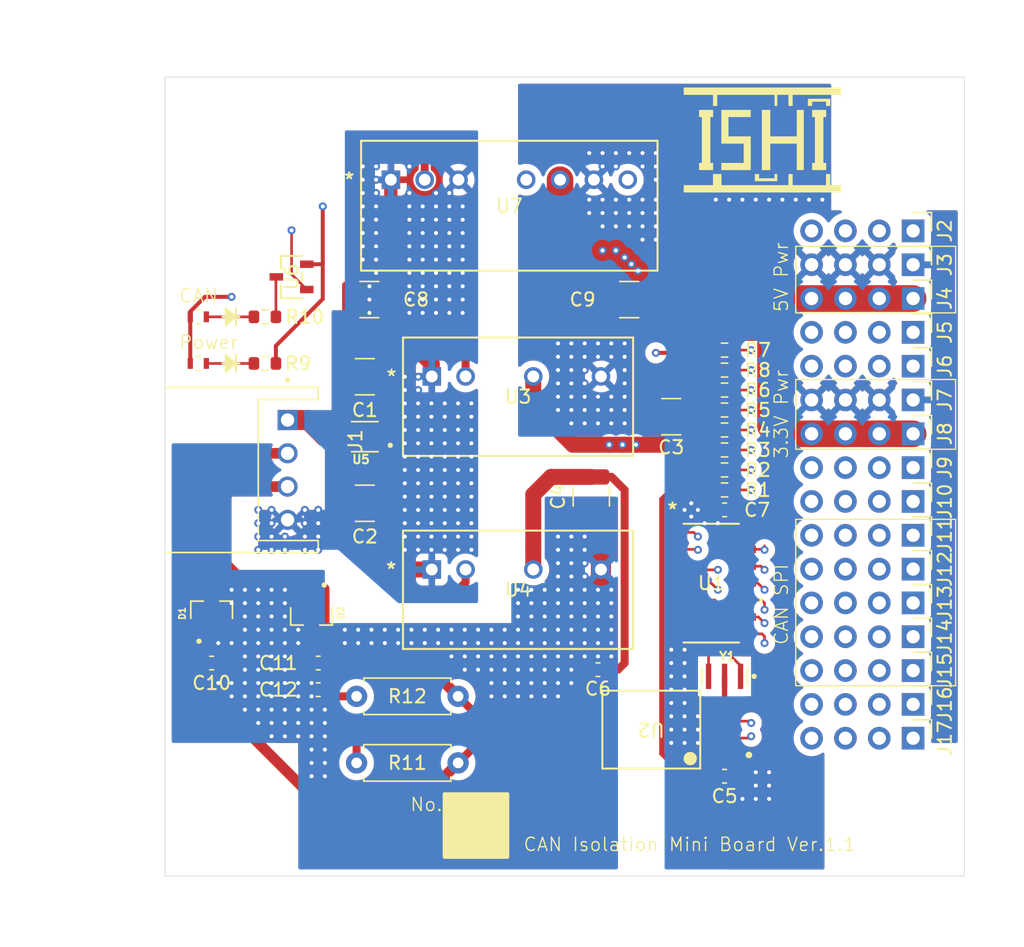
<source format=kicad_pcb>
(kicad_pcb (version 20241229) (generator "pcbnew") (generator_version "9.0")
  (title_block (title "CAN_Isolation_mini") (date "2025-11-06") (rev "Ver.1.1") (company "ISHI-Kai"))
  (layers (0 "F.Cu" signal) (4 "In1.Cu" signal) (6 "In2.Cu" signal) (2 "B.Cu" signal) (13 "F.Paste" user) (15 "B.Paste" user) (5 "F.SilkS" user "F.Silkscreen") (7 "B.SilkS" user "B.Silkscreen") (1 "F.Mask" user) (3 "B.Mask" user) (25 "Edge.Cuts" user))
  (net 0 "")
  (net 1 "BAT_12V")
  (net 2 "BAT_GND")
  (net 3 "GND_5VCAN")
  (net 4 "+5VCAN")
  (net 5 "CAN_H")
  (net 6 "CAN_L")
  (net 7 "Net-(C12-Pad1)")
  (net 14 "Net-(LED1-Pad1)")
  (net 15 "Net-(LED2-Pad1)")
  (net 16 "CAN_CS")
  (net 17 "CAN_SDO")
  (net 18 "CAN_SDI")
  (net 19 "CAN_SCK")
  (net 20 "CAN_GPIO0")
  (net 21 "CAN_GPIO1")
  (net 22 "CAN_CLK")
  (net 23 "CAN_INT")
  (net 24 "Net-(R10-Pad2)")
  (net 25 "Net-(U1-OSC2)")
  (net 26 "Net-(U1-OSC1)")
  (net 27 "Net-(U1-RXCAN)")
  (net 28 "Net-(U1-TXCAN)")
  (net 29 "CAN_LED")
  (net 50 "GND_VP")
  (net 51 "+3.3VP")
  (net 52 "+5VP")
  (footprint "Capacitor_SMD:C_0603_1608Metric" (layer "F.Cu") (at 130.657095 100.294905)
    (property "Reference" "C7")
    (property "Value" "100n")
  )
  (footprint "Resistor_SMD:R_0603_1608Metric" (layer "F.Cu") (at 96.157095 89.294905)
    (property "Reference" "R9")
    (property "Value" "200")
  )
  (footprint "MountingHole:MountingHole_3.2mm_M3" (layer "F.Cu") (at 143.657095 72.794905)
    (property "Reference" "REF**" (hide yes))
    (property "Value" "MountingHole_3.2mm_M3")
  )
  (footprint "CAN_Isolation:DWV0008A-IPC_A" (layer "F.Cu") (at 125.157095 116.794905 180)
    (property "Reference" "U2")
    (property "Value" "ISO1042QDWVRQ1")
  )
  (footprint "CAN_Isolation:PinHeader_1x04_P2.54mm_Vertical_noSilk" (layer "F.Cu") (at 144.81 89.5 -90)
    (property "Reference" "J6")
    (property "Value" "Conn_01x04_Pin")
  )
  (footprint "MountingHole:MountingHole_3.2mm_M3" (layer "F.Cu") (at 93.657095 122.794905)
    (property "Reference" "REF**" (hide yes))
    (property "Value" "MountingHole_3.2mm_M3")
  )
  (footprint "CAN_Isolation:PinHeader_1x04_P2.54mm_Vertical_noSilk" (layer "F.Cu") (at 144.81 81.88 -90)
    (property "Reference" "J3")
    (property "Value" "Conn_01x04_Pin")
  )
  (footprint "CAN_Isolation:ishikai_logo" (layer "F.Cu") (at 133.5 72.5)
    (property "Reference" "G***" (hide yes))
    (property "Value" "LOGO" (hide yes))
  )
  (footprint "CAN_Isolation:JST_S4B-XH-A" (layer "F.Cu") (at 92.157095 97.294905 -90)
    (property "Reference" "J1")
    (property "Value" "S4B-XH-A")
  )
  (footprint "Capacitor_SMD:C_0603_1608Metric" (layer "F.Cu") (at 92.157095 111.794905)
    (property "Reference" "C10")
    (property "Value" "47p")
  )
  (footprint "CAN_Isolation:PinHeader_1x04_P2.54mm_Vertical_noSilk" (layer "F.Cu") (at 144.81 94.58 -90)
    (property "Reference" "J8")
    (property "Value" "Conn_01x04_Pin")
  )
  (footprint "CAN_Isolation:PinHeader_1x04_P2.54mm_Vertical_noSilk" (layer "F.Cu") (at 144.81 102.2 -90)
    (property "Reference" "J11")
    (property "Value" "Conn_01x04_Pin")
  )
  (footprint "CAN_Isolation:PinHeader_1x04_P2.54mm_Vertical_noSilk" (layer "F.Cu") (at 144.81 117.44 -90)
    (property "Reference" "J17")
    (property "Value" "Conn_01x04_Pin")
  )
  (footprint "CAN_Isolation:SON65P200X200X80-7N" (layer "F.Cu") (at 103.657095 94.794905 180)
    (property "Reference" "U5")
    (property "Value" "TVS1800DRVR")
  )
  (footprint "CAN_Isolation:PinHeader_1x04_P2.54mm_Vertical_noSilk" (layer "F.Cu") (at 144.81 112.36 -90)
    (property "Reference" "J15")
    (property "Value" "Conn_01x04_Pin")
  )
  (footprint "CAN_Isolation:PinHeader_1x04_P2.54mm_Vertical_noSilk" (layer "F.Cu") (at 144.81 107.28 -90)
    (property "Reference" "J13")
    (property "Value" "Conn_01x04_Pin")
  )
  (footprint "Capacitor_SMD:C_1210_3225Metric" (layer "F.Cu") (at 103.657095 99.794905)
    (property "Reference" "C2")
    (property "Value" "22u")
  )
  (footprint "Resistor_THT:R_Axial_DIN0207_L6.3mm_D2.5mm_P7.62mm_Horizontal" (layer "F.Cu") (at 103.037095 114.294905)
    (property "Reference" "R12")
    (property "Value" "60.4")
  )
  (footprint "Capacitor_SMD:C_0603_1608Metric" (layer "F.Cu") (at 130.657095 120.294905)
    (property "Reference" "C5")
    (property "Value" "100n")
  )
  (footprint "CAN_Isolation:TRANS_DTCZCAHZGT_ROM" (layer "F.Cu") (at 98.157095 82.794905 90)
    (property "Reference" "U6")
    (property "Value" "DTC114ECAHZGT116")
  )
  (footprint "CAN_Isolation:PinHeader_1x04_P2.54mm_Vertical_noSilk" (layer "F.Cu") (at 144.81 114.9 -90)
    (property "Reference" "J16")
    (property "Value" "Conn_01x04_Pin")
  )
  (footprint "CAN_Isolation:PinHeader_1x04_P2.54mm_Vertical_noSilk" (layer "F.Cu") (at 144.81 92.04 -90)
    (property "Reference" "J7")
    (property "Value" "Conn_01x04_Pin")
  )
  (footprint "Capacitor_SMD:C_0603_1608Metric" (layer "F.Cu") (at 100.157095 111.794905)
    (property "Reference" "C11")
    (property "Value" "47p")
  )
  (footprint "CAN_Isolation:SOT95P237X111-3N" (layer "F.Cu") (at 92.157095 107.794905 90)
    (property "Reference" "D1")
    (property "Value" "MMBZ27VCLT1G")
  )
  (footprint "CAN_Isolation:SMLD12EN1WT86" (layer "F.Cu") (at 91.157095 85.794905 180)
    (property "Reference" "LED2" (hide yes))
    (property "Value" "SMLD12EN1WT86")
  )
  (footprint "CAN_Isolation:PinHeader_1x04_P2.54mm_Vertical_noSilk" (layer "F.Cu") (at 144.81 99.66 -90)
    (property "Reference" "J10")
    (property "Value" "Conn_01x04_Pin")
  )
  (footprint "MountingHole:MountingHole_3.2mm_M3" (layer "F.Cu") (at 143.657095 122.794905)
    (property "Reference" "REF**" (hide yes))
    (property "Value" "MountingHole_3.2mm_M3")
  )
  (footprint "Capacitor_SMD:C_1210_3225Metric" (layer "F.Cu") (at 104 84.5)
    (property "Reference" "C8")
    (property "Value" "22u")
  )
  (footprint "CAN_Isolation:MGS3_COS" (layer "F.Cu") (at 108.680095 90.270905)
    (property "Reference" "U3")
    (property "Value" "MGS3123R3")
  )
  (footprint "CAN_Isolation:MGS3_COS" (layer "F.Cu") (at 108.680095 104.770905)
    (property "Reference" "U4")
    (property "Value" "MGS1R51205")
  )
  (footprint "CAN_Isolation:PinHeader_1x04_P2.54mm_Vertical_noSilk" (layer "F.Cu") (at 144.81 97.12 -90)
    (property "Reference" "J9")
    (property "Value" "Conn_01x04_Pin")
  )
  (footprint "Resistor_SMD:R_0603_1608Metric" (layer "F.Cu") (at 130.657095 92.794905)
    (property "Reference" "R5")
    (property "Value" "10k")
  )
  (footprint "Resistor_SMD:R_0603_1608Metric" (layer "F.Cu") (at 130.657095 95.794905)
    (property "Reference" "R3")
    (property "Value" "10k")
  )
  (footprint "CAN_Isolation:SOIC14_150MIL_SL_MCH" (layer "F.Cu") (at 129.657095 105.794905)
    (property "Reference" "U1")
    (property "Value" "MCP2518FDT-H/SL")
  )
  (footprint "CAN_Isolation:SMLD12EN1WT86" (layer "F.Cu") (at 91.157095 89.294905 180)
    (property "Reference" "LED1" (hide yes))
    (property "Value" "SMLD12EN1WT86")
  )
  (footprint "CAN_Isolation:SIP7_MGS10_COS" (layer "F.Cu") (at 105.61 75.5)
    (property "Reference" "U7")
    (property "Value" "MGS102405")
  )
  (footprint "Resistor_SMD:R_0603_1608Metric" (layer "F.Cu") (at 130.657095 97.294905)
    (property "Reference" "R2")
    (property "Value" "10k")
  )
  (footprint "Capacitor_SMD:C_1210_3225Metric" (layer "F.Cu") (at 103.657095 90.294905)
    (property "Reference" "C1")
    (property "Value" "22u")
  )
  (footprint "Capacitor_SMD:C_0603_1608Metric" (layer "F.Cu") (at 121.157095 112.294905 180)
    (property "Reference" "C6")
    (property "Value" "100n")
  )
  (footprint "Capacitor_SMD:C_0603_1608Metric" (layer "F.Cu") (at 100.157095 113.794905 180)
    (property "Reference" "C12")
    (property "Value" "4700p")
  )
  (footprint "Resistor_THT:R_Axial_DIN0207_L6.3mm_D2.5mm_P7.62mm_Horizontal" (layer "F.Cu") (at 110.657095 119.294905 180)
    (property "Reference" "R11")
    (property "Value" "60.4")
  )
  (footprint "Capacitor_SMD:C_1210_3225Metric" (layer "F.Cu") (at 126.657095 93.294905 180)
    (property "Reference" "C3")
    (property "Value" "22u")
  )
  (footprint "MountingHole:MountingHole_3.2mm_M3" (layer "F.Cu") (at 93.657095 72.794905)
    (property "Reference" "REF**" (hide yes))
    (property "Value" "MountingHole_3.2mm_M3")
  )
  (footprint "CAN_Isolation:PinHeader_1x04_P2.54mm_Vertical_noSilk" (layer "F.Cu") (at 144.81 79.34 -90)
    (property "Reference" "J2")
    (property "Value" "Conn_01x04_Pin")
  )
  (footprint "CAN_Isolation:PinHeader_1x04_P2.54mm_Vertical_noSilk" (layer "F.Cu") (at 144.81 86.96 -90)
    (property "Reference" "J5")
    (property "Value" "Conn_01x04_Pin")
  )
  (footprint "CAN_Isolation:OSC_CSTNE20M0V530000R0" (layer "F.Cu") (at 130.657095 112.794905 180)
    (property "Reference" "Y1")
    (property "Value" "CSTNE20M0V530000R0")
  )
  (footprint "Capacitor_SMD:C_1210_3225Metric" (layer "F.Cu") (at 120.657095 99.294905 -90)
    (property "Reference" "C4")
    (property "Value" "22u")
  )
  (footprint "Capacitor_SMD:C_1210_3225Metric" (layer "F.Cu") (at 123.5 84.5 180)
    (property "Reference" "C9")
    (property "Value" "22u")
  )
  (footprint "CAN_Isolation:SOT95P237X111-3N" (layer "F.Cu") (at 99.657095 108.294905 -90)
    (property "Reference" "D2")
    (property "Value" "MMBZ27VCLT1G")
  )
  (footprint "CAN_Isolation:PinHeader_1x04_P2.54mm_Vertical_noSilk" (layer "F.Cu") (at 144.81 109.82 -90)
    (property "Reference" "J14")
    (property "Value" "Conn_01x04_Pin")
  )
  (footprint "CAN_Isolation:PinHeader_1x04_P2.54mm_Vertical_noSilk" (layer "F.Cu") (at 144.81 84.42 -90)
    (property "Reference" "J4")
    (property "Value" "Conn_01x04_Pin")
  )
  (footprint "CAN_Isolation:PinHeader_1x04_P2.54mm_Vertical_noSilk" (layer "F.Cu") (at 144.81 104.74 -90)
    (property "Reference" "J12")
    (property "Value" "Conn_01x04_Pin")
  )
  (footprint "Resistor_SMD:R_0603_1608Metric" (layer "F.Cu") (at 96.157095 85.794905)
    (property "Reference" "R10")
    (property "Value" "200")
  )
  (footprint "Resistor_SMD:R_0603_1608Metric" (layer "F.Cu") (at 130.657095 91.294905)
    (property "Reference" "R6")
    (property "Value" "10k")
  )
  (footprint "Resistor_SMD:R_0603_1608Metric" (layer "F.Cu") (at 130.657095 98.794905)
    (property "Reference" "R1")
    (property "Value" "10k")
  )
  (footprint "Resistor_SMD:R_0603_1608Metric" (layer "F.Cu") (at 130.657095 88.294905)
    (property "Reference" "R7")
    (property "Value" "10k")
  )
  (footprint "Resistor_SMD:R_0603_1608Metric" (layer "F.Cu") (at 130.657095 89.794905)
    (property "Reference" "R8")
    (property "Value" "10k")
  )
  (footprint "Resistor_SMD:R_0603_1608Metric" (layer "F.Cu") (at 130.657095 94.294905)
    (property "Reference" "R4")
    (property "Value" "10k")
  )
  (gr_rect (start 136 90.5) (end 148 95.74) (stroke (width 0.1)) (fill no) (layer "F.SilkS"))
  (gr_rect (start 136 101) (end 148 113.5) (stroke (width 0.1)) (fill no) (layer "F.SilkS"))
  (gr_rect (start 136 80.5) (end 148 85.5) (stroke (width 0.1)) (fill no) (layer "F.SilkS"))
  (gr_rect (start 88.657095 67.794905) (end 148.657095 127.794905) (stroke (width 0.05)) (fill no) (layer "Edge.Cuts"))
  (gr_text "CAN SPI" (at 135.5 110.5 90) (layer "F.SilkS") (effects (font (size 1 1) (thickness 0.1)) (justify left bottom)))
  (gr_text "No." (at 107 123 0) (layer "F.SilkS") (effects (font (size 1 1) (thickness 0.1)) (justify left bottom)))
  (gr_text "CAN Isolation Mini Board Ver.1.1" (at 115.5 126 0) (layer "F.SilkS") (effects (font (size 1 1) (thickness 0.1)) (justify left bottom)))
  (gr_text "3.3V Pwr" (at 135.5 96.5 90) (layer "F.SilkS") (effects (font (size 1 1) (thickness 0.1)) (justify left bottom)))
  (gr_text "CAN" (at 89.657095 84.794905 0) (layer "F.SilkS") (effects (font (size 1 1) (thickness 0.1)) (justify left bottom)))
  (gr_text "Power" (at 89.657095 88.294905 0) (layer "F.SilkS") (effects (font (size 1 1) (thickness 0.1)) (justify left bottom)))
  (gr_text "5V Pwr" (at 135.5 85.5 90) (layer "F.SilkS") (effects (font (size 1 1) (thickness 0.1)) (justify left bottom)))
  (segment (start 102.525 86.427) (end 102.525 84.5) (width 0.6) (layer "F.Cu") (net 1))
  (segment (start 102.182095 102.819905) (end 106.157095 106.794905) (width 0.6) (layer "F.Cu") (net 1))
  (segment (start 102.525 84.5) (end 102.525 73.975) (width 0.6) (layer "F.Cu") (net 1))
  (segment (start 103 73.5) (end 107.5 73.5) (width 0.6) (layer "F.Cu") (net 1))
  (segment (start 97.857095 93.544905) (end 99.407095 93.544905) (width 1.5) (layer "F.Cu") (net 1))
  (segment (start 102.637095 94.144905) (end 102.637095 95.444905) (width 0.6) (layer "F.Cu") (net 1))
  (segment (start 111.220095 105.731905) (end 111.220095 104.770905) (width 0.6) (layer "F.Cu") (net 1))
  (segment (start 108.15 74.15) (end 108.15 75.5) (width 0.6) (layer "F.Cu") (net 1))
  (segment (start 110.157095 106.794905) (end 111.220095 105.731905) (width 0.6) (layer "F.Cu") (net 1))
  (segment (start 102.182095 99.794905) (end 102.182095 102.819905) (width 0.6) (layer "F.Cu") (net 1))
  (segment (start 110.86219 86.5) (end 111.220095 86.857905) (width 0.6) (layer "F.Cu") (net 1))
  (segment (start 102.637095 95.444905) (end 102.637095 96.864905) (width 0.6) (layer "F.Cu") (net 1))
  (segment (start 102.182095 97.319905) (end 102.182095 99.794905) (width 0.6) (layer "F.Cu") (net 1))
  (segment (start 100.657095 94.794905) (end 102.206095 94.794905) (width 1.5) (layer "F.Cu") (net 1))
  (segment (start 102.182095 86.769905) (end 102.525 86.427) (width 0.6) (layer "F.Cu") (net 1))
  (segment (start 107.5 73.5) (end 108.15 74.15) (width 0.6) (layer "F.Cu") (net 1))
  (segment (start 102.452 86.5) (end 110.86219 86.5) (width 0.6) (layer "F.Cu") (net 1))
  (segment (start 99.407095 93.544905) (end 100.657095 94.794905) (width 1.5) (layer "F.Cu") (net 1))
  (segment (start 102.182095 90.294905) (end 102.182095 86.769905) (width 0.6) (layer "F.Cu") (net 1))
  (segment (start 102.182095 86.769905) (end 102.452 86.5) (width 0.6) (layer "F.Cu") (net 1))
  (segment (start 102.637095 96.864905) (end 102.182095 97.319905) (width 0.6) (layer "F.Cu") (net 1))
  (segment (start 102.525 73.975) (end 103 73.5) (width 0.6) (layer "F.Cu") (net 1))
  (segment (start 102.637095 92.814905) (end 102.182095 92.359905) (width 0.6) (layer "F.Cu") (net 1))
  (segment (start 102.637095 94.144905) (end 102.637095 92.814905) (width 0.6) (layer "F.Cu") (net 1))
  (segment (start 106.157095 106.794905) (end 110.157095 106.794905) (width 0.6) (layer "F.Cu") (net 1))
  (segment (start 102.182095 92.359905) (end 102.182095 90.294905) (width 0.6) (layer "F.Cu") (net 1))
  (segment (start 111.220095 86.857905) (end 111.220095 90.270905) (width 0.6) (layer "F.Cu") (net 1))
  (segment (start 104.307095 94.144905) (end 103.657095 94.794905) (width 0.4) (layer "F.Cu") (net 2))
  (segment (start 105.132095 97.319905) (end 104.677095 96.864905) (width 1.2) (layer "F.Cu") (net 2))
  (segment (start 104.677095 94.144905) (end 104.677095 95.444905) (width 1.2) (layer "F.Cu") (net 2))
  (segment (start 104.677095 94.794905) (end 103.657095 94.794905) (width 0.4) (layer "F.Cu") (net 2))
  (segment (start 104.677095 94.144905) (end 104.677095 94.794905) (width 1.1) (layer "F.Cu") (net 2))
  (segment (start 105.132095 103.769905) (end 106.133095 104.770905) (width 1.2) (layer "F.Cu") (net 2))
  (segment (start 105.132095 88.819905) (end 105.657095 88.294905) (width 1.2) (layer "F.Cu") (net 2))
  (segment (start 104.677095 93.224905) (end 104.677095 94.144905) (width 1.2) (layer "F.Cu") (net 2))
  (segment (start 107.657095 88.294905) (end 108.680095 89.317905) (width 1.2) (layer "F.Cu") (net 2))
  (segment (start 104.677095 94.794905) (end 104.677095 95.444905) (width 1.1) (layer "F.Cu") (net 2))
  (segment (start 105.132095 99.794905) (end 105.132095 103.769905) (width 1.2) (layer "F.Cu") (net 2))
  (segment (start 97.857095 101.044905) (end 97.857095 101.094905) (width 0.4) (layer "F.Cu") (net 2))
  (segment (start 105.132095 97.319905) (end 105.132095 99.794905) (width 1.2) (layer "F.Cu") (net 2))
  (segment (start 104.677095 95.444905) (end 104.307095 95.444905) (width 0.4) (layer "F.Cu") (net 2))
  (segment (start 104.307095 95.444905) (end 103.657095 94.794905) (width 0.4) (layer "F.Cu") (net 2))
  (segment (start 108.680095 89.317905) (end 108.680095 90.270905) (width 1.2) (layer "F.Cu") (net 2))
  (segment (start 105.132095 92.769905) (end 104.677095 93.224905) (width 1.2) (layer "F.Cu") (net 2))
  (segment (start 104.677095 94.144905) (end 104.307095 94.144905) (width 0.4) (layer "F.Cu") (net 2))
  (segment (start 105.132095 92.769905) (end 105.132095 90.294905) (width 1.2) (layer "F.Cu") (net 2))
  (segment (start 104.677095 96.864905) (end 104.677095 95.444905) (width 1.2) (layer "F.Cu") (net 2))
  (segment (start 105.61 75.5) (end 105.61 84.365) (width 1) (layer "F.Cu") (net 2))
  (segment (start 105.657095 88.294905) (end 107.657095 88.294905) (width 1.2) (layer "F.Cu") (net 2))
  (segment (start 106.133095 104.770905) (end 108.680095 104.770905) (width 1.2) (layer "F.Cu") (net 2))
  (segment (start 105.132095 90.294905) (end 105.132095 88.819905) (width 1.2) (layer "F.Cu") (net 2))
  (via (at 110.657095 94.270905) (size 0.6) (drill 0.3) (layers "F.Cu" "B.Cu") (net 2))
  (via (at 109.657095 99.294905) (size 0.6) (drill 0.3) (layers "F.Cu" "B.Cu") (net 2))
  (via (at 107.657095 92.294905) (size 0.6) (drill 0.3) (layers "F.Cu" "B.Cu") (net 2))
  (via (at 111.657095 94.294905) (size 0.6) (drill 0.3) (layers "F.Cu" "B.Cu") (net 2))
  (via (at 106.657095 98.294905) (size 0.6) (drill 0.3) (layers "F.Cu" "B.Cu") (net 2))
  (via (at 108 84.5) (size 0.6) (drill 0.3) (layers "F.Cu" "B.Cu") (net 2))
  (via (at 99.157095 101.294905) (size 0.6) (drill 0.3) (layers "F.Cu" "B.Cu") (net 2))
  (via (at 108.657095 95.294905) (size 0.6) (drill 0.3) (layers "F.Cu" "B.Cu") (net 2))
  (via (at 110 76.5) (size 0.6) (drill 0.3) (layers "F.Cu" "B.Cu") (net 2))
  (via (at 107.657095 90.294905) (size 0.6) (drill 0.3) (layers "F.Cu" "B.Cu") (net 2))
  (via (at 106.657095 95.294905) (size 0.6) (drill 0.3) (layers "F.Cu" "B.Cu") (net 2))
  (via (at 106.657095 94.294905) (size 0.6) (drill 0.3) (layers "F.Cu" "B.Cu") (net 2))
  (via (at 107 80.5) (size 0.6) (drill 0.3) (layers "F.Cu" "B.Cu") (net 2))
  (via (at 111 83.5) (size 0.6) (drill 0.3) (layers "F.Cu" "B.Cu") (net 2))
  (via (at 109.657095 95.294905) (size 0.6) (drill 0.3) (layers "F.Cu" "B.Cu") (net 2))
  (via (at 107.657095 97.294905) (size 0.6) (drill 0.3) (layers "F.Cu" "B.Cu") (net 2))
  (via (at 108.657095 100.294905) (size 0.6) (drill 0.3) (layers "F.Cu" "B.Cu") (net 2))
  (via (at 111 80.5) (size 0.6) (drill 0.3) (layers "F.Cu" "B.Cu") (net 2))
  (via (at 103.5 79.5) (size 0.6) (drill 0.3) (layers "F.Cu" "B.Cu") (net 2))
  (via (at 103.5 77.5) (size 0.6) (drill 0.3) (layers "F.Cu" "B.Cu") (net 2))
  (via (at 99.157095 102.294905) (size 0.6) (drill 0.3) (layers "F.Cu" "B.Cu") (net 2))
  (via (at 108.657095 92.294905) (size 0.6) (drill 0.3) (layers "F.Cu" "B.Cu") (net 2))
  (via (at 95.657095 100.294905) (size 0.6) (drill 0.3) (layers "F.Cu" "B.Cu") (net 2))
  (via (at 109.657095 102.294905) (size 0.6) (drill 0.3) (layers "F.Cu" "B.Cu") (net 2))
  (via (at 108.657095 93.294905) (size 0.6) (drill 0.3) (layers "F.Cu" "B.Cu") (net 2))
  (via (at 107.657095 103.294905) (size 0.6) (drill 0.3) (layers "F.Cu" "B.Cu") (net 2))
  (via (at 100.157095 100.294905) (size 0.6) (drill 0.3) (layers "F.Cu" "B.Cu") (net 2))
  (via (at 106.657095 90.294905) (size 0.6) (drill 0.3) (layers "F.Cu" "B.Cu") (net 2))
  (via (at 109.657095 101.294905) (size 0.6) (drill 0.3) (layers "F.Cu" "B.Cu") (net 2))
  (via (at 107.657095 93.294905) (size 0.6) (drill 0.3) (layers "F.Cu" "B.Cu") (net 2))
  (via (at 96.657095 103.294905) (size 0.6) (drill 0.3) (layers "F.Cu" "B.Cu") (net 2))
  (via (at 97.657095 102.294905) (size 0.6) (drill 0.3) (layers "F.Cu" "B.Cu") (net 2))
  (via (at 106.657095 97.294905) (size 0.6) (drill 0.3) (layers "F.Cu" "B.Cu") (net 2))
  (via (at 110 84.5) (size 0.6) (drill 0.3) (layers "F.Cu" "B.Cu") (net 2))
  (via (at 108.657095 102.294905) (size 0.6) (drill 0.3) (layers "F.Cu" "B.Cu") (net 2))
  (via (at 107 79.5) (size 0.6) (drill 0.3) (layers "F.Cu" "B.Cu") (net 2))
  (via (at 108.657095 103.294905) (size 0.6) (drill 0.3) (layers "F.Cu" "B.Cu") (net 2))
  (via (at 107 84.5) (size 0.6) (drill 0.3) (layers "F.Cu" "B.Cu") (net 2))
  (via (at 103.5 80.5) (size 0.6) (drill 0.3) (layers "F.Cu" "B.Cu") (net 2))
  (via (at 110.657095 97.294905) (size 0.6) (drill 0.3) (layers "F.Cu" "B.Cu") (net 2))
  (via (at 109 84.5) (size 0.6) (drill 0.3) (layers "F.Cu" "B.Cu") (net 2))
  (via (at 110.657095 93.294905) (size 0.6) (drill 0.3) (layers "F.Cu" "B.Cu") (net 2))
  (via (at 108 79.5) (size 0.6) (drill 0.3) (layers "F.Cu" "B.Cu") (net 2))
  (via (at 95.657095 103.294905) (size 0.6) (drill 0.3) (layers "F.Cu" "B.Cu") (net 2))
  (via (at 107 85.5) (size 0.6) (drill 0.3) (layers "F.Cu" "B.Cu") (net 2))
  (via (at 108 85.5) (size 0.6) (drill 0.3) (layers "F.Cu" "B.Cu") (net 2))
  (via (at 110 85.5) (size 0.6) (drill 0.3) (layers "F.Cu" "B.Cu") (net 2))
  (via (at 108.657095 96.294905) (size 0.6) (drill 0.3) (layers "F.Cu" "B.Cu") (net 2))
  (via (at 104 84.5) (size 0.6) (drill 0.3) (layers "F.Cu" "B.Cu") (net 2))
  (via (at 111.657095 99.294905) (size 0.6) (drill 0.3) (layers "F.Cu" "B.Cu") (net 2))
  (via (at 95.657095 101.294905) (size 0.6) (drill 0.3) (layers "F.Cu" "B.Cu") (net 2))
  (via (at 109 78.5) (size 0.6) (drill 0.3) (layers "F.Cu" "B.Cu") (net 2))
  (via (at 110.657095 100.294905) (size 0.6) (drill 0.3) (layers "F.Cu" "B.Cu") (net 2))
  (via (at 96.657095 102.294905) (size 0.6) (drill 0.3) (layers "F.Cu" "B.Cu") (net 2))
  (via (at 108 78.5) (size 0.6) (drill 0.3) (layers "F.Cu" "B.Cu") (net 2))
  (via (at 104.5 80.5) (size 0.6) (drill 0.3) (layers "F.Cu" "B.Cu") (net 2))
  (via (at 111.657095 100.294905) (size 0.6) (drill 0.3) (layers "F.Cu" "B.Cu") (net 2))
  (via (at 110 81.5) (size 0.6) (drill 0.3) (layers "F.Cu" "B.Cu") (net 2))
  (via (at 109.657095 100.294905) (size 0.6) (drill 0.3) (layers "F.Cu" "B.Cu") (net 2))
  (via (at 110 78.5) (size 0.6) (drill 0.3) (layers "F.Cu" "B.Cu") (net 2))
  (via (at 111.657095 93.294905) (size 0.6) (drill 0.3) (layers "F.Cu" "B.Cu") (net 2))
  (via (at 107.657095 99.294905) (size 0.6) (drill 0.3) (layers "F.Cu" "B.Cu") (net 2))
  (via (at 108.657095 98.294905) (size 0.6) (drill 0.3) (layers "F.Cu" "B.Cu") (net 2))
  (via (at 104.5 77.5) (size 0.6) (drill 0.3) (layers "F.Cu" "B.Cu") (net 2))
  (via (at 108.657095 97.294905) (size 0.6) (drill 0.3) (layers "F.Cu" "B.Cu") (net 2))
  (via (at 110 77.5) (size 0.6) (drill 0.3) (layers "F.Cu" "B.Cu") (net 2))
  (via (at 109.657095 98.294905) (size 0.6) (drill 0.3) (layers "F.Cu" "B.Cu") (net 2))
  (via (at 110.657095 95.294905) (size 0.6) (drill 0.3) (layers "F.Cu" "B.Cu") (net 2))
  (via (at 107.657095 95.294905) (size 0.6) (drill 0.3) (layers "F.Cu" "B.Cu") (net 2))
  (via (at 109 85.5) (size 0.6) (drill 0.3) (layers "F.Cu" "B.Cu") (net 2))
  (via (at 108 82.5) (size 0.6) (drill 0.3) (layers "F.Cu" "B.Cu") (net 2))
  (via (at 111 85.5) (size 0.6) (drill 0.3) (layers "F.Cu" "B.Cu") (net 2))
  (via (at 111 84.5) (size 0.6) (drill 0.3) (layers "F.Cu" "B.Cu") (net 2))
  (via (at 103.5 78.5) (size 0.6) (drill 0.3) (layers "F.Cu" "B.Cu") (net 2))
  (via (at 99.157095 100.294905) (size 0.6) (drill 0.3) (layers "F.Cu" "B.Cu") (net 2))
  (via (at 110 83.5) (size 0.6) (drill 0.3) (layers "F.Cu" "B.Cu") (net 2))
  (via (at 104.5 75.5) (size 0.6) (drill 0.3) (layers "F.Cu" "B.Cu") (net 2))
  (via (at 107 74.5) (size 0.6) (drill 0.3) (layers "F.Cu" "B.Cu") (net 2))
  (via (at 106.657095 100.294905) (size 0.6) (drill 0.3) (layers "F.Cu" "B.Cu") (net 2))
  (via (at 111.657095 95.294905) (size 0.6) (drill 0.3) (layers "F.Cu" "B.Cu") (net 2))
  (via (at 109 83.5) (size 0.6) (drill 0.3) (layers "F.Cu" "B.Cu") (net 2))
  (via (at 96.657095 100.294905) (size 0.6) (drill 0.3) (layers "F.Cu" "B.Cu") (net 2))
  (via (at 104 85.5) (size 0.6) (drill 0.3) (layers "F.Cu" "B.Cu") (net 2))
  (via (at 103.5 74.5) (size 0.6) (drill 0.3) (layers "F.Cu" "B.Cu") (net 2))
  (via (at 108.657095 94.294905) (size 0.6) (drill 0.3) (layers "F.Cu" "B.Cu") (net 2))
  (via (at 111.657095 102.294905) (size 0.6) (drill 0.3) (layers "F.Cu" "B.Cu") (net 2))
  (via (at 108.657095 101.294905) (size 0.6) (drill 0.3) (layers "F.Cu" "B.Cu") (net 2))
  (via (at 109 77.5) (size 0.6) (drill 0.3) (layers "F.Cu" "B.Cu") (net 2))
  (via (at 107.657095 100.294905) (size 0.6) (drill 0.3) (layers "F.Cu" "B.Cu") (net 2))
  (via (at 106.657095 92.294905) (size 0.6) (drill 0.3) (layers "F.Cu" "B.Cu") (net 2))
  (via (at 109.657095 93.294905) (size 0.6) (drill 0.3) (layers "F.Cu" "B.Cu") (net 2))
  (via (at 109.657095 92.294905) (size 0.6) (drill 0.3) (layers "F.Cu" "B.Cu") (net 2))
  (via (at 100.157095 101.294905) (size 0.6) (drill 0.3) (layers "F.Cu" "B.Cu") (net 2))
  (via (at 109.657095 103.294905) (size 0.6) (drill 0.3) (layers "F.Cu" "B.Cu") (net 2))
  (via (at 107.657095 101.294905) (size 0.6) (drill 0.3) (layers "F.Cu" "B.Cu") (net 2))
  (via (at 111.657095 92.294905) (size 0.6) (drill 0.3) (layers "F.Cu" "B.Cu") (net 2))
  (via (at 104 83.5) (size 0.6) (drill 0.3) (layers "F.Cu" "B.Cu") (net 2))
  (via (at 111 82.5) (size 0.6) (drill 0.3) (layers "F.Cu" "B.Cu") (net 2))
  (via (at 107.657095 102.294905) (size 0.6) (drill 0.3) (layers "F.Cu" "B.Cu") (net 2))
  (via (at 107 78.5) (size 0.6) (drill 0.3) (layers "F.Cu" "B.Cu") (net 2))
  (via (at 109 80.5) (size 0.6) (drill 0.3) (layers "F.Cu" "B.Cu") (net 2))
  (via (at 103.5 75.5) (size 0.6) (drill 0.3) (layers "F.Cu" "B.Cu") (net 2))
  (via (at 109.657095 97.294905) (size 0.6) (drill 0.3) (layers "F.Cu" "B.Cu") (net 2))
  (via (at 109 81.5) (size 0.6) (drill 0.3) (layers "F.Cu" "B.Cu") (net 2))
  (via (at 104.5 79.5) (size 0.6) (drill 0.3) (layers "F.Cu" "B.Cu") (net 2))
  (via (at 110.657095 101.294905) (size 0.6) (drill 0.3) (layers "F.Cu" "B.Cu") (net 2))
  (via (at 109 76.5) (size 0.6) (drill 0.3) (layers "F.Cu" "B.Cu") (net 2))
  (via (at 110.657095 99.294905) (size 0.6) (drill 0.3) (layers "F.Cu" "B.Cu") (net 2))
  (via (at 110 80.5) (size 0.6) (drill 0.3) (layers "F.Cu" "B.Cu") (net 2))
  (via (at 104.5 81.5) (size 0.6) (drill 0.3) (layers "F.Cu" "B.Cu") (net 2))
  (via (at 96.657095 101.294905) (size 0.6) (drill 0.3) (layers "F.Cu" "B.Cu") (net 2))
  (via (at 104.5 76.5) (size 0.6) (drill 0.3) (layers "F.Cu" "B.Cu") (net 2))
  (via (at 107 77.5) (size 0.6) (drill 0.3) (layers "F.Cu" "B.Cu") (net 2))
  (via (at 104.5 78.5) (size 0.6) (drill 0.3) (layers "F.Cu" "B.Cu") (net 2))
  (via (at 110.657095 92.294905) (size 0.6) (drill 0.3) (layers "F.Cu" "B.Cu") (net 2))
  (via (at 111 79.5) (size 0.6) (drill 0.3) (layers "F.Cu" "B.Cu") (net 2))
  (via (at 99.157095 103.294905) (size 0.6) (drill 0.3) (layers "F.Cu" "B.Cu") (net 2))
  (via (at 110.657095 96.294905) (size 0.6) (drill 0.3) (layers "F.Cu" "B.Cu") (net 2))
  (via (at 107.657095 98.294905) (size 0.6) (drill 0.3) (layers "F.Cu" "B.Cu") (net 2))
  (via (at 109.657095 94.294905) (size 0.6) (drill 0.3) (layers "F.Cu" "B.Cu") (net 2))
  (via (at 110 79.5) (size 0.6) (drill 0.3) (layers "F.Cu" "B.Cu") (net 2))
  (via (at 95.657095 102.294905) (size 0.6) (drill 0.3) (layers "F.Cu" "B.Cu") (net 2))
  (via (at 111.657095 103.294905) (size 0.6) (drill 0.3) (layers "F.Cu" "B.Cu") (net 2))
  (via (at 111 77.5) (size 0.6) (drill 0.3) (layers "F.Cu" "B.Cu") (net 2))
  (via (at 106.657095 102.294905) (size 0.6) (drill 0.3) (layers "F.Cu" "B.Cu") (net 2))
  (via (at 110.657095 102.294905) (size 0.6) (drill 0.3) (layers "F.Cu" "B.Cu") (net 2))
  (via (at 109 79.5) (size 0.6) (drill 0.3) (layers "F.Cu" "B.Cu") (net 2))
  (via (at 111.657095 98.294905) (size 0.6) (drill 0.3) (layers "F.Cu" "B.Cu") (net 2))
  (via (at 110.657095 98.294905) (size 0.6) (drill 0.3) (layers "F.Cu" "B.Cu") (net 2))
  (via (at 106.657095 99.294905) (size 0.6) (drill 0.3) (layers "F.Cu" "B.Cu") (net 2))
  (via (at 107.657095 94.294905) (size 0.6) (drill 0.3) (layers "F.Cu" "B.Cu") (net 2))
  (via (at 108 81.5) (size 0.6) (drill 0.3) (layers "F.Cu" "B.Cu") (net 2))
  (via (at 107 82.5) (size 0.6) (drill 0.3) (layers "F.Cu" "B.Cu") (net 2))
  (via (at 104.5 82.5) (size 0.6) (drill 0.3) (layers "F.Cu" "B.Cu") (net 2))
  (via (at 111.657095 101.294905) (size 0.6) (drill 0.3) (layers "F.Cu" "B.Cu") (net 2))
  (via (at 104.5 74.5) (size 0.6) (drill 0.3) (layers "F.Cu" "B.Cu") (net 2))
  (via (at 107 83.5) (size 0.6) (drill 0.3) (layers "F.Cu" "B.Cu") (net 2))
  (via (at 108.657095 99.294905) (size 0.6) (drill 0.3) (layers "F.Cu" "B.Cu") (net 2))
  (via (at 111.657095 97.294905) (size 0.6) (drill 0.3) (layers "F.Cu" "B.Cu") (net 2))
  (via (at 106.657095 101.294905) (size 0.6) (drill 0.3) (layers "F.Cu" "B.Cu") (net 2))
  (via (at 108 77.5) (size 0.6) (drill 0.3) (layers "F.Cu" "B.Cu") (net 2))
  (via (at 106.657095 103.294905) (size 0.6) (drill 0.3) (layers "F.Cu" "B.Cu") (net 2))
  (via (at 109.657095 96.294905) (size 0.6) (drill 0.3) (layers "F.Cu" "B.Cu") (net 2))
  (via (at 110 82.5) (size 0.6) (drill 0.3) (layers "F.Cu" "B.Cu") (net 2))
  (via (at 100.157095 103.294905) (size 0.6) (drill 0.3) (layers "F.Cu" "B.Cu") (net 2))
  (via (at 111 81.5) (size 0.6) (drill 0.3) (layers "F.Cu" "B.Cu") (net 2))
  (via (at 107.657095 91.294905) (size 0.6) (drill 0.3) (layers "F.Cu" "B.Cu") (net 2))
  (via (at 110.657095 103.294905) (size 0.6) (drill 0.3) (layers "F.Cu" "B.Cu") (net 2))
  (via (at 106.657095 96.294905) (size 0.6) (drill 0.3) (layers "F.Cu" "B.Cu") (net 2))
  (via (at 97.657095 103.294905) (size 0.6) (drill 0.3) (layers "F.Cu" "B.Cu") (net 2))
  (via (at 103.5 81.5) (size 0.6) (drill 0.3) (layers "F.Cu" "B.Cu") (net 2))
  (via (at 111.657095 96.294905) (size 0.6) (drill 0.3) (layers "F.Cu" "B.Cu") (net 2))
  (via (at 108 80.5) (size 0.6) (drill 0.3) (layers "F.Cu" "B.Cu") (net 2))
  (via (at 106.657095 93.294905) (size 0.6) (drill 0.3) (layers "F.Cu" "B.Cu") (net 2))
  (via (at 103.5 76.5) (size 0.6) (drill 0.3) (layers "F.Cu" "B.Cu") (net 2))
  (via (at 111 78.5) (size 0.6) (drill 0.3) (layers "F.Cu" "B.Cu") (net 2))
  (via (at 108 83.5) (size 0.6) (drill 0.3) (layers "F.Cu" "B.Cu") (net 2))
  (via (at 107 76.5) (size 0.6) (drill 0.3) (layers "F.Cu" "B.Cu") (net 2))
  (via (at 107.657095 96.294905) (size 0.6) (drill 0.3) (layers "F.Cu" "B.Cu") (net 2))
  (via (at 100.157095 102.294905) (size 0.6) (drill 0.3) (layers "F.Cu" "B.Cu") (net 2))
  (via (at 107 81.5) (size 0.6) (drill 0.3) (layers "F.Cu" "B.Cu") (net 2))
  (via (at 106.657095 91.294905) (size 0.6) (drill 0.3) (layers "F.Cu" "B.Cu") (net 2))
  (via (at 109 82.5) (size 0.6) (drill 0.3) (layers "F.Cu" "B.Cu") (net 2))
  (segment (start 97.857095 101.044905) (end 98.907095 101.044905) (width 0.4) (layer "B.Cu") (net 2))
  (segment (start 108.680095 104.770905) (end 108.680095 104.817905) (width 1.2) (layer "B.Cu") (net 2))
  (segment (start 98.907095 101.044905) (end 99.157095 101.294905) (width 0.4) (layer "B.Cu") (net 2))
  (segment (start 97.857095 101.044905) (end 98.407095 101.044905) (width 0.4) (layer "B.Cu") (net 2))
  (segment (start 97.857095 101.044905) (end 97.407095 101.044905) (width 0.4) (layer "B.Cu") (net 2))
  (segment (start 97.857095 101.044905) (end 96.907095 101.044905) (width 0.4) (layer "B.Cu") (net 2))
  (segment (start 108.680095 104.770905) (end 108.681095 104.770905) (width 1.2) (layer "B.Cu") (net 2))
  (segment (start 97.407095 101.044905) (end 96.657095 100.294905) (width 0.4) (layer "B.Cu") (net 2))
  (segment (start 96.907095 101.044905) (end 96.657095 101.294905) (width 0.4) (layer "B.Cu") (net 2))
  (segment (start 98.407095 101.044905) (end 99.157095 100.294905) (width 0.4) (layer "B.Cu") (net 2))
  (segment (start 98.597095 107.234905) (end 97.657095 106.294905) (width 0.6) (layer "F.Cu") (net 3))
  (segment (start 119.157095 113.294905) (end 119.157095 114.190428) (width 0.6) (layer "F.Cu") (net 3))
  (segment (start 99.382095 111.794905) (end 99.382095 113.019905) (width 0.6) (layer "F.Cu") (net 3))
  (segment (start 92.932095 111.794905) (end 92.932095 110.569905) (width 0.6) (layer "F.Cu") (net 3))
  (segment (start 121.380095 104.770905) (end 121.380095 105.517905) (width 1.5) (layer "F.Cu") (net 3))
  (segment (start 120.382095 112.294905) (end 120.382095 114.364382) (width 0.6) (layer "F.Cu") (net 3))
  (segment (start 121.380095 104.770905) (end 121.380095 101.492905) (width 1.5) (layer "F.Cu") (net 3))
  (segment (start 120.382095 112.294905) (end 119.157095 112.294905) (width 0.6) (layer "F.Cu") (net 3))
  (segment (start 92.657095 110.294905) (end 93.657095 110.294905) (width 0.6) (layer "F.Cu") (net 3))
  (segment (start 120.382095 114.364382) (end 119.856572 114.889905) (width 0.6) (layer "F.Cu") (net 3))
  (segment (start 119.157095 114.190428) (end 119.856572 114.889905) (width 0.6) (layer "F.Cu") (net 3))
  (segment (start 121.380095 101.492905) (end 120.657095 100.769905) (width 1.5) (layer "F.Cu") (net 3))
  (segment (start 92.657095 110.294905) (end 92.657095 109.304905) (width 0.6) (layer "F.Cu") (net 3))
  (segment (start 92.932095 110.569905) (end 92.657095 110.294905) (width 0.6) (layer "F.Cu") (net 3))
  (segment (start 92.657095 109.304905) (end 93.107095 108.854905) (width 0.6) (layer "F.Cu") (net 3))
  (segment (start 99.382095 113.019905) (end 99.657095 113.294905) (width 0.6) (layer "F.Cu") (net 3))
  (via (at 120.157095 107.294905) (size 0.6) (drill 0.3) (layers "F.Cu" "B.Cu") (net 3))
  (via (at 113.157095 114.294905) (size 0.6) (drill 0.3) (layers "F.Cu" "B.Cu") (net 3))
  (via (at 111.157095 109.294905) (size 0.6) (drill 0.3) (layers "F.Cu" "B.Cu") (net 3))
  (via (at 118.157095 114.294905) (size 0.6) (drill 0.3) (layers "F.Cu" "B.Cu") (net 3))
  (via (at 97.657095 114.294905) (size 0.6) (drill 0.3) (layers "F.Cu" "B.Cu") (net 3))
  (via (at 115.157095 109.294905) (size 0.6) (drill 0.3) (layers "F.Cu" "B.Cu") (net 3))
  (via (at 96.657095 109.294905) (size 0.6) (drill 0.3) (layers "F.Cu" "B.Cu") (net 3))
  (via (at 107.157095 110.294905) (size 0.6) (drill 0.3) (layers "F.Cu" "B.Cu") (net 3))
  (via (at 116.157095 108.294905) (size 0.6) (drill 0.3) (layers "F.Cu" "B.Cu") (net 3))
  (via (at 95.657095 111.294905) (size 0.6) (drill 0.3) (layers "F.Cu" "B.Cu") (net 3))
  (via (at 122.157095 106.294905) (size 0.6) (drill 0.3) (layers "F.Cu" "B.Cu") (net 3))
  (via (at 97.657095 113.294905) (size 0.6) (drill 0.3) (layers "F.Cu" "B.Cu") (net 3))
  (via (at 122.157095 111.294905) (size 0.6) (drill 0.3) (layers "F.Cu" "B.Cu") (net 3))
  (via (at 97.657095 117.294905) (size 0.6) (drill 0.3) (layers "F.Cu" "B.Cu") (net 3))
  (via (at 120.157095 109.294905) (size 0.6) (drill 0.3) (layers "F.Cu" "B.Cu") (net 3))
  (via (at 93.657095 113.294905) (size 0.6) (drill 0.3) (layers "F.Cu" "B.Cu") (net 3))
  (via (at 95.657095 112.294905) (size 0.6) (drill 0.3) (layers "F.Cu" "B.Cu") (net 3))
  (via (at 97.657095 108.294905) (size 0.6) (drill 0.3) (layers "F.Cu" "B.Cu") (net 3))
  (via (at 121.157095 106.294905) (size 0.6) (drill 0.3) (layers "F.Cu" "B.Cu") (net 3))
  (via (at 117.157095 109.294905) (size 0.6) (drill 0.3) (layers "F.Cu" "B.Cu") (net 3))
  (via (at 108.157095 109.294905) (size 0.6) (drill 0.3) (layers "F.Cu" "B.Cu") (net 3))
  (via (at 118.157095 111.294905) (size 0.6) (drill 0.3) (layers "F.Cu" "B.Cu") (net 3))
  (via (at 94.657095 110.294905) (size 0.6) (drill 0.3) (layers "F.Cu" "B.Cu") (net 3))
  (via (at 122.157095 107.294905) (size 0.6) (drill 0.3) (layers "F.Cu" "B.Cu") (net 3))
  (via (at 118.157095 112.294905) (size 0.6) (drill 0.3) (layers "F.Cu" "B.Cu") (net 3))
  (via (at 108.157095 110.294905) (size 0.6) (drill 0.3) (layers "F.Cu" "B.Cu") (net 3))
  (via (at 118.157095 102.294905) (size 0.6) (drill 0.3) (layers "F.Cu" "B.Cu") (net 3))
  (via (at 120.157095 102.294905) (size 0.6) (drill 0.3) (layers "F.Cu" "B.Cu") (net 3))
  (via (at 97.657095 109.294905) (size 0.6) (drill 0.3) (layers "F.Cu" "B.Cu") (net 3))
  (via (at 106.157095 109.294905) (size 0.6) (drill 0.3) (layers "F.Cu" "B.Cu") (net 3))
  (via (at 113.157095 112.294905) (size 0.6) (drill 0.3) (layers "F.Cu" "B.Cu") (net 3))
  (via (at 122.157095 110.294905) (size 0.6) (drill 0.3) (layers "F.Cu" "B.Cu") (net 3))
  (via (at 95.657095 114.294905) (size 0.6) (drill 0.3) (layers "F.Cu" "B.Cu") (net 3))
  (via (at 113.157095 109.294905) (size 0.6) (drill 0.3) (layers "F.Cu" "B.Cu") (net 3))
  (via (at 96.657095 110.294905) (size 0.6) (drill 0.3) (layers "F.Cu" "B.Cu") (net 3))
  (via (at 97.657095 106.294905) (size 0.6) (drill 0.3) (layers "F.Cu" "B.Cu") (net 3))
  (via (at 96.657095 115.294905) (size 0.6) (drill 0.3) (layers "F.Cu" "B.Cu") (net 3))
  (via (at 96.657095 113.294905) (size 0.6) (drill 0.3) (layers "F.Cu" "B.Cu") (net 3))
  (via (at 103.157095 109.294905) (size 0.6) (drill 0.3) (layers "F.Cu" "B.Cu") (net 3))
  (via (at 119.157095 113.294905) (size 0.6) (drill 0.3) (layers "F.Cu" "B.Cu") (net 3))
  (via (at 119.157095 102.294905) (size 0.6) (drill 0.3) (layers "F.Cu" "B.Cu") (net 3))
  (via (at 96.657095 117.294905) (size 0.6) (drill 0.3) (layers "F.Cu" "B.Cu") (net 3))
  (via (at 117.157095 114.294905) (size 0.6) (drill 0.3) (layers "F.Cu" "B.Cu") (net 3))
  (via (at 102.157095 109.294905) (size 0.6) (drill 0.3) (layers "F.Cu" "B.Cu") (net 3))
  (via (at 114.157095 109.294905) (size 0.6) (drill 0.3) (layers "F.Cu" "B.Cu") (net 3))
  (via (at 99.657095 116.294905) (size 0.6) (drill 0.3) (layers "F.Cu" "B.Cu") (net 3))
  (via (at 94.657095 114.294905) (size 0.6) (drill 0.3) (layers "F.Cu" "B.Cu") (net 3))
  (via (at 100.657095 115.294905) (size 0.6) (drill 0.3) (layers "F.Cu" "B.Cu") (net 3))
  (via (at 114.157095 114.294905) (size 0.6) (drill 0.3) (layers "F.Cu" "B.Cu") (net 3))
  (via (at 100.657095 117.294905) (size 0.6) (drill 0.3) (layers "F.Cu" "B.Cu") (net 3))
  (via (at 93.657095 110.294905) (size 0.6) (drill 0.3) (layers "F.Cu" "B.Cu") (net 3))
  (via (at 115.157095 112.294905) (size 0.6) (drill 0.3) (layers "F.Cu" "B.Cu") (net 3))
  (via (at 94.657095 109.294905) (size 0.6) (drill 0.3) (layers "F.Cu" "B.Cu") (net 3))
  (via (at 121.157095 108.294905) (size 0.6) (drill 0.3) (layers "F.Cu" "B.Cu") (net 3))
  (via (at 114.157095 111.294905) (size 0.6) (drill 0.3) (layers "F.Cu" "B.Cu") (net 3))
  (via (at 95.657095 113.294905) (size 0.6) (drill 0.3) (layers "F.Cu" "B.Cu") (net 3))
  (via (at 98.657095 117.294905) (size 0.6) (drill 0.3) (layers "F.Cu" "B.Cu") (net 3))
  (via (at 120.157095 106.294905) (size 0.6) (drill 0.3) (layers "F.Cu" "B.Cu") (net 3))
  (via (at 119.157095 108.294905) (size 0.6) (drill 0.3) (layers "F.Cu" "B.Cu") (net 3))
  (via (at 114.157095 110.294905) (size 0.6) (drill 0.3) (layers "F.Cu" "B.Cu") (net 3))
  (via (at 99.657095 115.294905) (size 0.6) (drill 0.3) (layers "F.Cu" "B.Cu") (net 3))
  (via (at 112.157095 110.294905) (size 0.6) (drill 0.3) (layers "F.Cu" "B.Cu") (net 3))
  (via (at 111.157095 112.294905) (size 0.6) (drill 0.3) (layers "F.Cu" "B.Cu") (net 3))
  (via (at 96.657095 111.294905) (size 0.6) (drill 0.3) (layers "F.Cu" "B.Cu") (net 3))
  (via (at 99.657095 113.294905) (size 0.6) (drill 0.3) (layers "F.Cu" "B.Cu") (net 3))
  (via (at 109.157095 109.294905) (size 0.6) (drill 0.3) (layers "F.Cu" "B.Cu") (net 3))
  (via (at 121.157095 109.294905) (size 0.6) (drill 0.3) (layers "F.Cu" "B.Cu") (net 3))
  (via (at 100.657095 119.294905) (size 0.6) (drill 0.3) (layers "F.Cu" "B.Cu") (net 3))
  (via (at 96.657095 114.294905) (size 0.6) (drill 0.3) (layers "F.Cu" "B.Cu") (net 3))
  (via (at 120.157095 105.294905) (size 0.6) (drill 0.3) (layers "F.Cu" "B.Cu") (net 3))
  (via (at 96.657095 107.294905) (size 0.6) (drill 0.3) (layers "F.Cu" "B.Cu") (net 3))
  (via (at 115.157095 107.294905) (size 0.6) (drill 0.3) (layers "F.Cu" "B.Cu") (net 3))
  (via (at 121.157095 111.294905) (size 0.6) (drill 0.3) (layers "F.Cu" "B.Cu") (net 3))
  (via (at 117.157095 111.294905) (size 0.6) (drill 0.3) (layers "F.Cu" "B.Cu") (net 3))
  (via (at 96.657095 116.294905) (size 0.6) (drill 0.3) (layers "F.Cu" "B.Cu") (net 3))
  (via (at 94.657095 108.294905) (size 0.6) (drill 0.3) (layers "F.Cu" "B.Cu") (net 3))
  (via (at 111.157095 111.294905) (size 0.6) (drill 0.3) (layers "F.Cu" "B.Cu") (net 3))
  (via (at 117.157095 113.294905) (size 0.6) (drill 0.3) (layers "F.Cu" "B.Cu") (net 3))
  (via (at 116.157095 111.294905) (size 0.6) (drill 0.3) (layers "F.Cu" "B.Cu") (net 3))
  (via (at 95.657095 115.294905) (size 0.6) (drill 0.3) (layers "F.Cu" "B.Cu") (net 3))
  (via (at 112.157095 112.294905) (size 0.6) (drill 0.3) (layers "F.Cu" "B.Cu") (net 3))
  (via (at 115.157095 106.294905) (size 0.6) (drill 0.3) (layers "F.Cu" "B.Cu") (net 3))
  (via (at 100.657095 120.294905) (size 0.6) (drill 0.3) (layers "F.Cu" "B.Cu") (net 3))
  (via (at 97.657095 111.294905) (size 0.6) (drill 0.3) (layers "F.Cu" "B.Cu") (net 3))
  (via (at 97.657095 110.294905) (size 0.6) (drill 0.3) (layers "F.Cu" "B.Cu") (net 3))
  (via (at 105.157095 109.294905) (size 0.6) (drill 0.3) (layers "F.Cu" "B.Cu") (net 3))
  (via (at 114.157095 113.294905) (size 0.6) (drill 0.3) (layers "F.Cu" "B.Cu") (net 3))
  (via (at 114.157095 112.294905) (size 0.6) (drill 0.3) (layers "F.Cu" "B.Cu") (net 3))
  (via (at 94.657095 113.294905) (size 0.6) (drill 0.3) (layers "F.Cu" "B.Cu") (net 3))
  (via (at 122.157095 109.294905) (size 0.6) (drill 0.3) (layers "F.Cu" "B.Cu") (net 3))
  (via (at 99.657095 114.294905) (size 0.6) (drill 0.3) (layers "F.Cu" "B.Cu") (net 3))
  (via (at 93.657095 106.294905) (size 0.6) (drill 0.3) (layers "F.Cu" "B.Cu") (net 3))
  (via (at 121.157095 110.294905) (size 0.6) (drill 0.3) (layers "F.Cu" "B.Cu") (net 3))
  (via (at 120.157095 108.294905) (size 0.6) (drill 0.3) (layers "F.Cu" "B.Cu") (net 3))
  (via (at 120.157095 110.294905) (size 0.6) (drill 0.3) (layers "F.Cu" "B.Cu") (net 3))
  (via (at 118.157095 103.294905) (size 0.6) (drill 0.3) (layers "F.Cu" "B.Cu") (net 3))
  (via (at 112.157095 109.294905) (size 0.6) (drill 0.3) (layers "F.Cu" "B.Cu") (net 3))
  (via (at 119.157095 104.294905) (size 0.6) (drill 0.3) (layers "F.Cu" "B.Cu") (net 3))
  (via (at 95.657095 109.294905) (size 0.6) (drill 0.3) (layers "F.Cu" "B.Cu") (net 3))
  (via (at 118.157095 107.294905) (size 0.6) (drill 0.3) (layers "F.Cu" "B.Cu") (net 3))
  (via (at 93.657095 107.294905) (size 0.6) (drill 0.3) (layers "F.Cu" "B.Cu") (net 3))
  (via (at 104.157095 109.294905) (size 0.6) (drill 0.3) (layers "F.Cu" "B.Cu") (net 3))
  (via (at 122.157095 108.294905) (size 0.6) (drill 0.3) (layers "F.Cu" "B.Cu") (net 3))
  (via (at 113.157095 111.294905) (size 0.6) (drill 0.3) (layers "F.Cu" "B.Cu") (net 3))
  (via (at 118.157095 104.294905) (size 0.6) (drill 0.3) (layers "F.Cu" "B.Cu") (net 3))
  (via (at 113.157095 110.294905) (size 0.6) (drill 0.3) (layers "F.Cu" "B.Cu") (net 3))
  (via (at 117.157095 108.294905) (size 0.6) (drill 0.3) (layers "F.Cu" "B.Cu") (net 3))
  (via (at 105.157095 110.294905) (size 0.6) (drill 0.3) (layers "F.Cu" "B.Cu") (net 3))
  (via (at 100.657095 118.294905) (size 0.6) (drill 0.3) (layers "F.Cu" "B.Cu") (net 3))
  (via (at 119.157095 110.294905) (size 0.6) (drill 0.3) (layers "F.Cu" "B.Cu") (net 3))
  (via (at 119.157095 109.294905) (size 0.6) (drill 0.3) (layers "F.Cu" "B.Cu") (net 3))
  (via (at 102.157095 110.294905) (size 0.6) (drill 0.3) (layers "F.Cu" "B.Cu") (net 3))
  (via (at 95.657095 106.294905) (size 0.6) (drill 0.3) (layers "F.Cu" "B.Cu") (net 3))
  (via (at 120.157095 104.294905) (size 0.6) (drill 0.3) (layers "F.Cu" "B.Cu") (net 3))
  (via (at 97.657095 112.294905) (size 0.6) (drill 0.3) (layers "F.Cu" "B.Cu") (net 3))
  (via (at 117.157095 107.294905) (size 0.6) (drill 0.3) (layers "F.Cu" "B.Cu") (net 3))
  (via (at 98.657095 109.294905) (size 0.6) (drill 0.3) (layers "F.Cu" "B.Cu") (net 3))
  (via (at 95.657095 107.294905) (size 0.6) (drill 0.3) (layers "F.Cu" "B.Cu") (net 3))
  (via (at 98.657095 110.294905) (size 0.6) (drill 0.3) (layers "F.Cu" "B.Cu") (net 3))
  (via (at 94.657095 106.294905) (size 0.6) (drill 0.3) (layers "F.Cu" "B.Cu") (net 3))
  (via (at 99.657095 118.294905) (size 0.6) (drill 0.3) (layers "F.Cu" "B.Cu") (net 3))
  (via (at 115.157095 114.294905) (size 0.6) (drill 0.3) (layers "F.Cu" "B.Cu") (net 3))
  (via (at 100.657095 116.294905) (size 0.6) (drill 0.3) (layers "F.Cu" "B.Cu") (net 3))
  (via (at 103.157095 110.294905) (size 0.6) (drill 0.3) (layers "F.Cu" "B.Cu") (net 3))
  (via (at 94.657095 112.294905) (size 0.6) (drill 0.3) (layers "F.Cu" "B.Cu") (net 3))
  (via (at 116.157095 113.294905) (size 0.6) (drill 0.3) (layers "F.Cu" "B.Cu") (net 3))
  (via (at 92.657095 110.294905) (size 0.6) (drill 0.3) (layers "F.Cu" "B.Cu") (net 3))
  (via (at 99.657095 119.294905) (size 0.6) (drill 0.3) (layers "F.Cu" "B.Cu") (net 3))
  (via (at 96.657095 112.294905) (size 0.6) (drill 0.3) (layers "F.Cu" "B.Cu") (net 3))
  (via (at 118.157095 113.294905) (size 0.6) (drill 0.3) (layers "F.Cu" "B.Cu") (net 3))
  (via (at 116.157095 109.294905) (size 0.6) (drill 0.3) (layers "F.Cu" "B.Cu") (net 3))
  (via (at 116.157095 110.294905) (size 0.6) (drill 0.3) (layers "F.Cu" "B.Cu") (net 3))
  (via (at 119.157095 106.294905) (size 0.6) (drill 0.3) (layers "F.Cu" "B.Cu") (net 3))
  (via (at 121.157095 107.294905) (size 0.6) (drill 0.3) (layers "F.Cu" "B.Cu") (net 3))
  (via (at 107.157095 109.294905) (size 0.6) (drill 0.3) (layers "F.Cu" "B.Cu") (net 3))
  (via (at 92.657095 113.294905) (size 0.6) (drill 0.3) (layers "F.Cu" "B.Cu") (net 3))
  (via (at 111.157095 110.294905) (size 0.6) (drill 0.3) (layers "F.Cu" "B.Cu") (net 3))
  (via (at 96.657095 108.294905) (size 0.6) (drill 0.3) (layers "F.Cu" "B.Cu") (net 3))
  (via (at 97.657095 107.294905) (size 0.6) (drill 0.3) (layers "F.Cu" "B.Cu") (net 3))
  (via (at 98.657095 114.294905) (size 0.6) (drill 0.3) (layers "F.Cu" "B.Cu") (net 3))
  (via (at 119.157095 107.294905) (size 0.6) (drill 0.3) (layers "F.Cu" "B.Cu") (net 3))
  (via (at 118.157095 106.294905) (size 0.6) (drill 0.3) (layers "F.Cu" "B.Cu") (net 3))
  (via (at 94.657095 115.294905) (size 0.6) (drill 0.3) (layers "F.Cu" "B.Cu") (net 3))
  (via (at 110.157095 109.294905) (size 0.6) (drill 0.3) (layers "F.Cu" "B.Cu") (net 3))
  (via (at 110.157095 111.294905) (size 0.6) (drill 0.3) (layers "F.Cu" "B.Cu") (net 3))
  (via (at 120.157095 111.294905) (size 0.6) (drill 0.3) (layers "F.Cu" "B.Cu") (net 3))
  (via (at 118.157095 109.294905) (size 0.6) (drill 0.3) (layers "F.Cu" "B.Cu") (net 3))
  (via (at 99.657095 117.294905) (size 0.6) (drill 0.3) (layers "F.Cu" "B.Cu") (net 3))
  (via (at 109.157095 110.294905) (size 0.6) (drill 0.3) (layers "F.Cu" "B.Cu") (net 3))
  (via (at 115.157095 108.294905) (size 0.6) (drill 0.3) (layers "F.Cu" "B.Cu") (net 3))
  (via (at 95.657095 116.294905) (size 0.6) (drill 0.3) (layers "F.Cu" "B.Cu") (net 3))
  (via (at 115.157095 113.294905) (size 0.6) (drill 0.3) (layers "F.Cu" "B.Cu") (net 3))
  (via (at 119.157095 111.294905) (size 0.6) (drill 0.3) (layers "F.Cu" "B.Cu") (net 3))
  (via (at 93.657095 114.294905) (size 0.6) (drill 0.3) (layers "F.Cu" "B.Cu") (net 3))
  (via (at 116.157095 106.294905) (size 0.6) (drill 0.3) (layers "F.Cu" "B.Cu") (net 3))
  (via (at 94.657095 111.294905) (size 0.6) (drill 0.3) (layers "F.Cu" "B.Cu") (net 3))
  (via (at 117.157095 112.294905) (size 0.6) (drill 0.3) (layers "F.Cu" "B.Cu") (net 3))
  (via (at 116.157095 107.294905) (size 0.6) (drill 0.3) (layers "F.Cu" "B.Cu") (net 3))
  (via (at 116.157095 114.294905) (size 0.6) (drill 0.3) (layers "F.Cu" "B.Cu") (net 3))
  (via (at 120.157095 103.294905) (size 0.6) (drill 0.3) (layers "F.Cu" "B.Cu") (net 3))
  (via (at 118.157095 105.294905) (size 0.6) (drill 0.3) (layers "F.Cu" "B.Cu") (net 3))
  (via (at 99.657095 120.294905) (size 0.6) (drill 0.3) (layers "F.Cu" "B.Cu") (net 3))
  (via (at 119.157095 112.294905) (size 0.6) (drill 0.3) (layers "F.Cu" "B.Cu") (net 3))
  (via (at 117.157095 110.294905) (size 0.6) (drill 0.3) (layers "F.Cu" "B.Cu") (net 3))
  (via (at 98.657095 115.294905) (size 0.6) (drill 0.3) (layers "F.Cu" "B.Cu") (net 3))
  (via (at 118.157095 110.294905) (size 0.6) (drill 0.3) (layers "F.Cu" "B.Cu") (net 3))
  (via (at 97.657095 115.294905) (size 0.6) (drill 0.3) (layers "F.Cu" "B.Cu") (net 3))
  (via (at 117.157095 106.294905) (size 0.6) (drill 0.3) (layers "F.Cu" "B.Cu") (net 3))
  (via (at 113.157095 113.294905) (size 0.6) (drill 0.3) (layers "F.Cu" "B.Cu") (net 3))
  (via (at 94.657095 107.294905) (size 0.6) (drill 0.3) (layers "F.Cu" "B.Cu") (net 3))
  (via (at 115.157095 111.294905) (size 0.6) (drill 0.3) (layers "F.Cu" "B.Cu") (net 3))
  (via (at 104.157095 110.294905) (size 0.6) (drill 0.3) (layers "F.Cu" "B.Cu") (net 3))
  (via (at 98.657095 116.294905) (size 0.6) (drill 0.3) (layers "F.Cu" "B.Cu") (net 3))
  (via (at 119.157095 103.294905) (size 0.6) (drill 0.3) (layers "F.Cu" "B.Cu") (net 3))
  (via (at 118.157095 108.294905) (size 0.6) (drill 0.3) (layers "F.Cu" "B.Cu") (net 3))
  (via (at 98.657095 113.294905) (size 0.6) (drill 0.3) (layers "F.Cu" "B.Cu") (net 3))
  (via (at 112.157095 111.294905) (size 0.6) (drill 0.3) (layers "F.Cu" "B.Cu") (net 3))
  (via (at 106.157095 110.294905) (size 0.6) (drill 0.3) (layers "F.Cu" "B.Cu") (net 3))
  (via (at 116.157095 112.294905) (size 0.6) (drill 0.3) (layers "F.Cu" "B.Cu") (net 3))
  (via (at 115.157095 110.294905) (size 0.6) (drill 0.3) (layers "F.Cu" "B.Cu") (net 3))
  (via (at 95.657095 110.294905) (size 0.6) (drill 0.3) (layers "F.Cu" "B.Cu") (net 3))
  (via (at 119.157095 105.294905) (size 0.6) (drill 0.3) (layers "F.Cu" "B.Cu") (net 3))
  (via (at 110.157095 110.294905) (size 0.6) (drill 0.3) (layers "F.Cu" "B.Cu") (net 3))
  (via (at 95.657095 108.294905) (size 0.6) (drill 0.3) (layers "F.Cu" "B.Cu") (net 3))
  (via (at 96.657095 106.294905) (size 0.6) (drill 0.3) (layers "F.Cu" "B.Cu") (net 3))
  (via (at 97.657095 116.294905) (size 0.6) (drill 0.3) (layers "F.Cu" "B.Cu") (net 3))
  (segment (start 122.657095 112.294905) (end 123.157095 111.794905) (width 0.6) (layer "F.Cu") (net 4))
  (segment (start 123.157095 98.794905) (end 122.182095 97.819905) (width 0.6) (layer "F.Cu") (net 4))
  (segment (start 116.300095 103.151905) (end 116.300095 99.151905) (width 1.2) (layer "F.Cu") (net 4))
  (segment (start 121.932095 112.294905) (end 122.657095 112.294905) (width 0.6) (layer "F.Cu") (net 4))
  (segment (start 122.182095 97.819905) (end 120.657095 97.819905) (width 0.6) (layer "F.Cu") (net 4))
  (segment (start 116.300095 104.770905) (end 116.300095 103.151905) (width 1.2) (layer "F.Cu") (net 4))
  (segment (start 123.157095 111.794905) (end 123.157095 98.794905) (width 0.6) (layer "F.Cu") (net 4))
  (segment (start 116.300095 99.151905) (end 117.632095 97.819905) (width 1.2) (layer "F.Cu") (net 4))
  (segment (start 117.632095 97.819905) (end 120.657095 97.819905) (width 1.2) (layer "F.Cu") (net 4))
  (segment (start 121.932095 118.519905) (end 121.932095 112.294905) (width 0.6) (layer "F.Cu") (net 4))
  (segment (start 119.856572 118.699905) (end 121.752095 118.699905) (width 0.6) (layer "F.Cu") (net 4))
  (segment (start 121.752095 118.699905) (end 121.932095 118.519905) (width 0.6) (layer "F.Cu") (net 4))
  (segment (start 99.157095 121.294905) (end 91.382095 113.519905) (width 0.8) (layer "F.Cu") (net 5))
  (segment (start 91.207095 111.619905) (end 91.382095 111.794905) (width 0.8) (layer "F.Cu") (net 5))
  (segment (start 91.207095 108.854905) (end 91.207095 111.619905) (width 0.8) (layer "F.Cu") (net 5))
  (segment (start 112.522095 117.429905) (end 110.657095 119.294905) (width 0.6) (layer "F.Cu") (net 5))
  (segment (start 91.382095 113.519905) (end 91.382095 111.794905) (width 0.8) (layer "F.Cu") (net 5))
  (segment (start 93.007095 96.044905) (end 97.857095 96.044905) (width 0.8) (layer "F.Cu") (net 5))
  (segment (start 110.657095 119.294905) (end 108.657095 121.294905) (width 0.8) (layer "F.Cu") (net 5))
  (segment (start 119.856572 117.429905) (end 112.522095 117.429905) (width 0.6) (layer "F.Cu") (net 5))
  (segment (start 91.207095 97.844905) (end 93.007095 96.044905) (width 0.8) (layer "F.Cu") (net 5))
  (segment (start 91.207095 97.844905) (end 91.207095 108.854905) (width 0.8) (layer "F.Cu") (net 5))
  (segment (start 108.657095 121.294905) (end 99.157095 121.294905) (width 0.8) (layer "F.Cu") (net 5))
  (segment (start 94.157095 105.294905) (end 99.657095 105.294905) (width 0.8) (layer "F.Cu") (net 6))
  (segment (start 93.157095 99.294905) (end 93.157095 104.294905) (width 0.8) (layer "F.Cu") (net 6))
  (segment (start 93.907095 98.544905) (end 93.157095 99.294905) (width 0.8) (layer "F.Cu") (net 6))
  (segment (start 99.657095 105.294905) (end 100.607095 106.244905) (width 0.8) (layer "F.Cu") (net 6))
  (segment (start 97.857095 98.544905) (end 93.907095 98.544905) (width 0.8) (layer "F.Cu") (net 6))
  (segment (start 100.607095 111.469905) (end 100.932095 111.794905) (width 0.8) (layer "F.Cu") (net 6))
  (segment (start 100.607095 106.244905) (end 100.607095 107.234905) (width 0.8) (layer "F.Cu") (net 6))
  (segment (start 93.157095 104.294905) (end 94.157095 105.294905) (width 0.8) (layer "F.Cu") (net 6))
  (segment (start 100.607095 107.234905) (end 100.607095 111.469905) (width 0.8) (layer "F.Cu") (net 6))
  (segment (start 100.932095 111.794905) (end 108.157095 111.794905) (width 0.8) (layer "F.Cu") (net 6))
  (segment (start 119.856572 116.159905) (end 112.522095 116.159905) (width 0.6) (layer "F.Cu") (net 6))
  (segment (start 112.522095 116.159905) (end 110.657095 114.294905) (width 0.6) (layer "F.Cu") (net 6))
  (segment (start 108.157095 111.794905) (end 110.657095 114.294905) (width 0.8) (layer "F.Cu") (net 6))
  (segment (start 103.037095 114.294905) (end 101.432095 114.294905) (width 0.6) (layer "F.Cu") (net 7))
  (segment (start 101.432095 114.294905) (end 100.932095 113.794905) (width 0.6) (layer "F.Cu") (net 7))
  (segment (start 103.037095 116.674905) (end 103.037095 119.294905) (width 0.6) (layer "F.Cu") (net 7))
  (segment (start 101.432095 115.069905) (end 103.037095 116.674905) (width 0.6) (layer "F.Cu") (net 7))
  (segment (start 101.432095 114.294905) (end 101.432095 115.069905) (width 0.6) (layer "F.Cu") (net 7))
  (segment (start 91.760345 89.294905) (end 95.332095 89.294905) (width 0.2) (layer "F.Cu") (net 14))
  (segment (start 91.760345 85.794905) (end 95.332095 85.794905) (width 0.2) (layer "F.Cu") (net 15))
  (segment (start 133.657095 103.294905) (end 133.617095 103.254905) (width 0.2) (layer "F.Cu") (net 16))
  (segment (start 132.657095 98.794905) (end 131.482095 98.794905) (width 0.2) (layer "F.Cu") (net 16))
  (segment (start 132.311395 103.254905) (end 133.617095 103.254905) (width 0.2) (layer "F.Cu") (net 16))
  (segment (start 133.657095 103.294905) (end 133.657095 102.994461) (width 0.2) (layer "F.Cu") (net 16))
  (via (at 133.657095 103.294905) (size 0.6) (drill 0.3) (layers "F.Cu" "B.Cu") (net 16))
  (via (at 132.657095 98.794905) (size 0.6) (drill 0.3) (layers "F.Cu" "B.Cu") (net 16))
  (segment (start 132.311395 104.524905) (end 133.387095 104.524905) (width 0.2) (layer "F.Cu") (net 17))
  (segment (start 133.657095 104.794905) (end 133.387095 104.524905) (width 0.2) (layer "F.Cu") (net 17))
  (segment (start 132.657095 97.294905) (end 131.482095 97.294905) (width 0.2) (layer "F.Cu") (net 17))
  (via (at 133.657095 104.794905) (size 0.6) (drill 0.3) (layers "F.Cu" "B.Cu") (net 17))
  (via (at 132.657095 97.294905) (size 0.6) (drill 0.3) (layers "F.Cu" "B.Cu") (net 17))
  (segment (start 132.311395 105.794905) (end 133.157095 105.794905) (width 0.2) (layer "F.Cu") (net 18))
  (segment (start 133.157095 105.794905) (end 133.657095 106.294905) (width 0.2) (layer "F.Cu") (net 18))
  (segment (start 132.657095 95.794905) (end 131.482095 95.794905) (width 0.2) (layer "F.Cu") (net 18))
  (via (at 133.657095 106.294905) (size 0.6) (drill 0.3) (layers "F.Cu" "B.Cu") (net 18))
  (via (at 132.657095 95.794905) (size 0.6) (drill 0.3) (layers "F.Cu" "B.Cu") (net 18))
  (segment (start 133.427095 107.064905) (end 132.311395 107.064905) (width 0.2) (layer "F.Cu") (net 19))
  (segment (start 133.657095 107.294905) (end 133.427095 107.064905) (width 0.2) (layer "F.Cu") (net 19))
  (segment (start 132.657095 94.294905) (end 131.482095 94.294905) (width 0.2) (layer "F.Cu") (net 19))
  (segment (start 133.657095 107.794905) (end 133.657095 107.294905) (width 0.2) (layer "F.Cu") (net 19))
  (via (at 132.657095 94.294905) (size 0.6) (drill 0.3) (layers "F.Cu" "B.Cu") (net 19))
  (via (at 133.657095 107.794905) (size 0.6) (drill 0.3) (layers "F.Cu" "B.Cu") (net 19))
  (segment (start 132.311395 108.334905) (end 133.197095 108.334905) (width 0.2) (layer "F.Cu") (net 20))
  (segment (start 133.197095 108.334905) (end 133.657095 108.794905) (width 0.2) (layer "F.Cu") (net 20))
  (segment (start 132.657095 92.794905) (end 131.482095 92.794905) (width 0.2) (layer "F.Cu") (net 20))
  (via (at 132.657095 92.794905) (size 0.6) (drill 0.3) (layers "F.Cu" "B.Cu") (net 20))
  (via (at 133.657095 108.794905) (size 0.6) (drill 0.3) (layers "F.Cu" "B.Cu") (net 20))
  (segment (start 133.657095 109.794905) (end 133.467095 109.604905) (width 0.2) (layer "F.Cu") (net 21))
  (segment (start 133.657095 110.294905) (end 133.657095 109.794905) (width 0.2) (layer "F.Cu") (net 21))
  (segment (start 132.657095 91.294905) (end 131.482095 91.294905) (width 0.2) (layer "F.Cu") (net 21))
  (segment (start 133.467095 109.604905) (end 132.311395 109.604905) (width 0.2) (layer "F.Cu") (net 21))
  (via (at 133.657095 110.294905) (size 0.6) (drill 0.3) (layers "F.Cu" "B.Cu") (net 21))
  (via (at 132.657095 91.294905) (size 0.6) (drill 0.3) (layers "F.Cu" "B.Cu") (net 21))
  (segment (start 128.657095 104.794905) (end 130.157095 104.794905) (width 0.2) (layer "F.Cu") (net 22))
  (segment (start 128.387095 104.524905) (end 127.002795 104.524905) (width 0.2) (layer "F.Cu") (net 22))
  (segment (start 132.657095 88.294905) (end 131.482095 88.294905) (width 0.2) (layer "F.Cu") (net 22))
  (segment (start 128.387095 104.524905) (end 128.657095 104.794905) (width 0.2) (layer "F.Cu") (net 22))
  (via (at 130.157095 104.794905) (size 0.6) (drill 0.3) (layers "F.Cu" "B.Cu") (net 22))
  (via (at 132.657095 88.294905) (size 0.6) (drill 0.3) (layers "F.Cu" "B.Cu") (net 22))
  (segment (start 129.657095 105.794905) (end 130.157095 106.294905) (width 0.2) (layer "F.Cu") (net 23))
  (segment (start 127.002795 105.794905) (end 129.657095 105.794905) (width 0.2) (layer "F.Cu") (net 23))
  (segment (start 132.657095 89.794905) (end 131.482095 89.794905) (width 0.2) (layer "F.Cu") (net 23))
  (via (at 132.657095 89.794905) (size 0.6) (drill 0.3) (layers "F.Cu" "B.Cu") (net 23))
  (via (at 130.157095 106.294905) (size 0.6) (drill 0.3) (layers "F.Cu" "B.Cu") (net 23))
  (segment (start 96.982095 82.826905) (end 97.014095 82.794905) (width 0.2) (layer "F.Cu") (net 24))
  (segment (start 96.982095 85.794905) (end 96.982095 82.826905) (width 0.2) (layer "F.Cu") (net 24))
  (segment (start 130.657095 107.794905) (end 130.657095 110.794905) (width 0.2) (layer "F.Cu") (net 25))
  (segment (start 130.657095 110.794905) (end 131.857095 111.994905) (width 0.2) (layer "F.Cu") (net 25))
  (segment (start 127.002795 107.064905) (end 129.927095 107.064905) (width 0.2) (layer "F.Cu") (net 25))
  (segment (start 129.927095 107.064905) (end 130.657095 107.794905) (width 0.2) (layer "F.Cu") (net 25))
  (segment (start 131.857095 111.994905) (end 131.857095 112.794905) (width 0.2) (layer "F.Cu") (net 25))
  (segment (start 129.457095 109.594905) (end 129.457095 112.794905) (width 0.2) (layer "F.Cu") (net 26))
  (segment (start 127.002795 108.334905) (end 128.197095 108.334905) (width 0.2) (layer "F.Cu") (net 26))
  (segment (start 128.197095 108.334905) (end 129.457095 109.594905) (width 0.2) (layer "F.Cu") (net 26))
  (segment (start 132.657095 116.294905) (end 132.522095 116.159905) (width 0.2) (layer "F.Cu") (net 27))
  (segment (start 127.002795 103.254905) (end 128.617095 103.254905) (width 0.2) (layer "F.Cu") (net 27))
  (segment (start 128.657095 103.294905) (end 128.617095 103.254905) (width 0.2) (layer "F.Cu") (net 27))
  (segment (start 130.457618 116.159905) (end 132.522095 116.159905) (width 0.2) (layer "F.Cu") (net 27))
  (via (at 128.657095 103.294905) (size 0.6) (drill 0.3) (layers "F.Cu" "B.Cu") (net 27))
  (via (at 132.657095 116.294905) (size 0.6) (drill 0.3) (layers "F.Cu" "B.Cu") (net 27))
  (segment (start 132.522095 117.429905) (end 132.657095 117.294905) (width 0.2) (layer "F.Cu") (net 28))
  (segment (start 128.347095 101.984905) (end 128.657095 102.294905) (width 0.2) (layer "F.Cu") (net 28))
  (segment (start 127.002795 101.984905) (end 128.347095 101.984905) (width 0.2) (layer "F.Cu") (net 28))
  (segment (start 130.457618 117.429905) (end 132.522095 117.429905) (width 0.2) (layer "F.Cu") (net 28))
  (via (at 128.657095 102.294905) (size 0.6) (drill 0.3) (layers "F.Cu" "B.Cu") (net 28))
  (via (at 132.657095 117.294905) (size 0.6) (drill 0.3) (layers "F.Cu" "B.Cu") (net 28))
  (segment (start 98.157095 82.601906) (end 99.300095 83.744906) (width 0.2) (layer "F.Cu") (net 29))
  (segment (start 98.157095 79.294905) (end 98.157095 82.601906) (width 0.2) (layer "F.Cu") (net 29))
  (via (at 98.157095 79.294905) (size 0.6) (drill 0.3) (layers "F.Cu" "B.Cu") (net 29))
  (segment (start 122.025 84.5) (end 122.025 87.66281) (width 2) (layer "F.Cu") (net 50))
  (segment (start 127.657095 115.794905) (end 128.657095 115.794905) (width 0.6) (layer "F.Cu") (net 50))
  (segment (start 126.657095 115.794905) (end 127.657095 115.794905) (width 0.6) (layer "F.Cu") (net 50))
  (segment (start 126.657095 113.794905) (end 127.657095 113.794905) (width 0.6) (layer "F.Cu") (net 50))
  (segment (start 99.300095 81.844904) (end 100.425096 81.844904) (width 0.3) (layer "F.Cu") (net 50))
  (segment (start 128.657095 100.294905) (end 128.157095 99.794905) (width 0.6) (layer "F.Cu") (net 50))
  (segment (start 126.657095 114.794905) (end 127.657095 114.794905) (width 0.6) (layer "F.Cu") (net 50))
  (segment (start 129.157095 101.294905) (end 130.157095 101.294905) (width 0.6) (layer "F.Cu") (net 50))
  (segment (start 128.657095 117.794905) (end 127.657095 117.794905) (width 0.6) (layer "F.Cu") (net 50))
  (segment (start 129.157095 100.794905) (end 128.657095 100.294905) (width 0.6) (layer "F.Cu") (net 50))
  (segment (start 126.657095 115.794905) (end 126.657095 114.794905) (width 0.6) (layer "F.Cu") (net 50))
  (segment (start 126.657095 112.794905) (end 127.657095 112.794905) (width 0.6) (layer "F.Cu") (net 50))
  (segment (start 127.657095 113.794905) (end 127.657095 114.794905) (width 0.6) (layer "F.Cu") (net 50))
  (segment (start 96.982095 87.969905) (end 100.5 84.452) (width 0.3) (layer "F.Cu") (net 50))
  (segment (start 127.657095 110.794905) (end 127.657095 111.794905) (width 0.6) (layer "F.Cu") (net 50))
  (segment (start 128.657095 100.294905) (end 127.657095 100.294905) (width 0.6) (layer "F.Cu") (net 50))
  (segment (start 128.157095 100.794905) (end 128.657095 100.794905) (width 0.6) (layer "F.Cu") (net 50))
  (segment (start 128.657095 100.294905) (end 128.157095 100.794905) (width 0.6) (layer "F.Cu") (net 50))
  (segment (start 128.657095 100.794905) (end 129.157095 101.294905) (width 0.6) (layer "F.Cu") (net 50))
  (segment (start 129.882095 100.294905) (end 129.882095 100.569905) (width 0.6) (layer "F.Cu") (net 50))
  (segment (start 125.182095 93.294905) (end 124.157095 93.294905) (width 2) (layer "F.Cu") (net 50))
  (segment (start 127.311395 110.449205) (end 127.657095 110.794905) (width 0.6) (layer "F.Cu") (net 50))
  (segment (start 130.157095 100.569905) (end 129.882095 100.294905) (width 0.6) (layer "F.Cu") (net 50))
  (segment (start 127.002795 109.604905) (end 127.002795 110.449205) (width 0.6) (layer "F.Cu") (net 50))
  (segment (start 128.657095 116.794905) (end 127.657095 116.794905) (width 0.6) (layer "F.Cu") (net 50))
  (segment (start 128.657095 115.794905) (end 128.657095 116.794905) (width 0.6) (layer "F.Cu") (net 50))
  (segment (start 130.657095 112.794905) (end 130.657095 114.690428) (width 0.4) (layer "F.Cu") (net 50))
  (segment (start 122.025 87.66281) (end 122.157095 87.794905) (width 0.2) (layer "F.Cu") (net 50))
  (segment (start 129.157095 101.294905) (end 129.157095 100.794905) (width 0.6) (layer "F.Cu") (net 50))
  (segment (start 127.002795 110.449205) (end 127.311395 110.449205) (width 0.6) (layer "F.Cu") (net 50))
  (segment (start 126.657095 116.794905) (end 127.657095 116.794905) (width 0.6) (layer "F.Cu") (net 50))
  (segment (start 127.002795 110.449205) (end 126.657095 110.794905) (width 0.6) (layer "F.Cu") (net 50))
  (segment (start 127.657095 114.794905) (end 127.657095 115.794905) (width 0.6) (layer "F.Cu") (net 50))
  (segment (start 130.657095 114.690428) (end 130.457618 114.889905) (width 0.4) (layer "F.Cu") (net 50))
  (segment (start 126.657095 111.794905) (end 127.657095 111.794905) (width 0.6) (layer "F.Cu") (net 50))
  (segment (start 96.982095 89.294905) (end 96.982095 87.969905) (width 0.3) (layer "F.Cu") (net 50))
  (segment (start 127.657095 115.794905) (end 127.657095 116.794905) (width 0.6) (layer "F.Cu") (net 50))
  (segment (start 100.5 81.77) (end 100.5 77.5) (width 0.3) (layer "F.Cu") (net 50))
  (segment (start 126.657095 113.794905) (end 126.657095 112.794905) (width 0.6) (layer "F.Cu") (net 50))
  (segment (start 127.657095 111.794905) (end 127.657095 112.794905) (width 0.6) (layer "F.Cu") (net 50))
  (segment (start 126.657095 116.794905) (end 126.657095 115.794905) (width 0.6) (layer "F.Cu") (net 50))
  (segment (start 127.657095 116.794905) (end 127.657095 117.794905) (width 0.6) (layer "F.Cu") (net 50))
  (segment (start 129.882095 100.569905) (end 129.157095 101.294905) (width 0.6) (layer "F.Cu") (net 50))
  (segment (start 128.157095 100.794905) (end 127.657095 100.294905) (width 0.6) (layer "F.Cu") (net 50))
  (segment (start 126.657095 117.794905) (end 126.657095 116.794905) (width 0.6) (layer "F.Cu") (net 50))
  (segment (start 126.657095 112.794905) (end 126.657095 111.794905) (width 0.6) (layer "F.Cu") (net 50))
  (segment (start 127.657095 112.794905) (end 127.657095 113.794905) (width 0.6) (layer "F.Cu") (net 50))
  (segment (start 126.657095 114.794905) (end 126.657095 113.794905) (width 0.6) (layer "F.Cu") (net 50))
  (segment (start 130.457618 114.889905) (end 127.752095 114.889905) (width 0.6) (layer "F.Cu") (net 50))
  (segment (start 127.657095 100.294905) (end 128.157095 99.794905) (width 0.6) (layer "F.Cu") (net 50))
  (segment (start 130.157095 101.294905) (end 130.157095 100.569905) (width 0.6) (layer "F.Cu") (net 50))
  (segment (start 100.425096 81.844904) (end 100.5 81.77) (width 0.3) (layer "F.Cu") (net 50))
  (segment (start 128.657095 116.794905) (end 128.657095 117.794905) (width 0.6) (layer "F.Cu") (net 50))
  (segment (start 127.657095 117.794905) (end 126.657095 117.794905) (width 0.6) (layer "F.Cu") (net 50))
  (segment (start 127.752095 114.889905) (end 127.657095 114.794905) (width 0.4) (layer "F.Cu") (net 50))
  (segment (start 100.5 84.452) (end 100.5 81.77) (width 0.3) (layer "F.Cu") (net 50))
  (segment (start 129.882095 100.294905) (end 128.657095 100.294905) (width 0.6) (layer "F.Cu") (net 50))
  (segment (start 126.657095 111.794905) (end 126.657095 110.794905) (width 0.6) (layer "F.Cu") (net 50))
  (via (at 122.157095 92.794905) (size 0.6) (drill 0.3) (layers "F.Cu" "B.Cu") (net 50))
  (via (at 125.5 79) (size 0.6) (drill 0.3) (layers "F.Cu" "B.Cu") (net 50))
  (via (at 119.157095 93.794905) (size 0.6) (drill 0.3) (layers "F.Cu" "B.Cu") (net 50))
  (via (at 121.157095 87.794905) (size 0.6) (drill 0.3) (layers "F.Cu" "B.Cu") (net 50))
  (via (at 133 77) (size 0.6) (drill 0.3) (layers "F.Cu" "B.Cu") (net 50))
  (via (at 123.157095 93.794905) (size 0.6) (drill 0.3) (layers "F.Cu" "B.Cu") (net 50))
  (via (at 127.657095 115.794905) (size 0.6) (drill 0.3) (layers "F.Cu" "B.Cu") (net 50))
  (via (at 122.157095 88.794905) (size 0.6) (drill 0.3) (layers "F.Cu" "B.Cu") (net 50))
  (via (at 125.5 75.5) (size 0.6) (drill 0.3) (layers "F.Cu" "B.Cu") (net 50))
  (via (at 118.157095 91.794905) (size 0.6) (drill 0.3) (layers "F.Cu" "B.Cu") (net 50))
  (via (at 126.657095 116.794905) (size 0.6) (drill 0.3) (layers "F.Cu" "B.Cu") (net 50))
  (via (at 120.157095 92.794905) (size 0.6) (drill 0.3) (layers "F.Cu" "B.Cu") (net 50))
  (via (at 130.157095 101.294905) (size 0.6) (drill 0.3) (layers "F.Cu" "B.Cu") (net 50))
  (via (at 134 120) (size 0.6) (drill 0.3) (layers "F.Cu" "B.Cu") (net 50))
  (via (at 128.657095 115.794905) (size 0.6) (drill 0.3) (layers "F.Cu" "B.Cu") (net 50))
  (via (at 128.657095 100.294905) (size 0.6) (drill 0.3) (layers "F.Cu" "B.Cu") (net 50))
  (via (at 122.5 79) (size 0.6) (drill 0.3) (layers "F.Cu" "B.Cu") (net 50))
  (via (at 120.5 73.5) (size 0.6) (drill 0.3) (layers "F.Cu" "B.Cu") (net 50))
  (via (at 122.157095 93.794905) (size 0.6) (drill 0.3) (layers "F.Cu" "B.Cu") (net 50))
  (via (at 121.157095 91.794905) (size 0.6) (drill 0.3) (layers "F.Cu" "B.Cu") (net 50))
  (via (at 128.157095 100.794905) (size 0.6) (drill 0.3) (layers "F.Cu" "B.Cu") (net 50))
  (via (at 124.5 78) (size 0.6) (drill 0.3) (layers "F.Cu" "B.Cu") (net 50))
  (via (at 121.5 79) (size 0.6) (drill 0.3) (layers "F.Cu" "B.Cu") (net 50))
  (via (at 123.157095 89.794905) (size 0.6) (drill 0.3) (layers "F.Cu" "B.Cu") (net 50))
  (via (at 127.657095 114.794905) (size 0.6) (drill 0.3) (layers "F.Cu" "B.Cu") (net 50))
  (via (at 126.657095 115.794905) (size 0.6) (drill 0.3) (layers "F.Cu" "B.Cu") (net 50))
  (via (at 121.5 73.5) (size 0.6) (drill 0.3) (layers "F.Cu" "B.Cu") (net 50))
  (via (at 124.5 80) (size 0.6) (drill 0.3) (layers "F.Cu" "B.Cu") (net 50))
  (via (at 125.5 74.5) (size 0.6) (drill 0.3) (layers "F.Cu" "B.Cu") (net 50))
  (via (at 128.157095 99.794905) (size 0.6) (drill 0.3) (layers "F.Cu" "B.Cu") (net 50))
  (via (at 127.657095 112.794905) (size 0.6) (drill 0.3) (layers "F.Cu" "B.Cu") (net 50))
  (via (at 120.157095 87.794905) (size 0.6) (drill 0.3) (layers "F.Cu" "B.Cu") (net 50))
  (via (at 126.657095 110.794905) (size 0.6) (drill 0.3) (layers "F.Cu" "B.Cu") (net 50))
  (via (at 127.657095 100.294905) (size 0.6) (drill 0.3) (layers "F.Cu" "B.Cu") (net 50))
  (via (at 100.5 77.5) (size 0.6) (drill 0.3) (layers "F.Cu" "B.Cu") (net 50))
  (via (at 134 121) (size 0.6) (drill 0.3) (layers "F.Cu" "B.Cu") (net 50))
  (via (at 123.5 73.5) (size 0.6) (drill 0.3) (layers "F.Cu" "B.Cu") (net 50))
  (via (at 120.157095 88.794905) (size 0.6) (drill 0.3) (layers "F.Cu" "B.Cu") (net 50))
  (via (at 119.157095 89.794905) (size 0.6) (drill 0.3) (layers "F.Cu" "B.Cu") (net 50))
  (via (at 123.5 77) (size 0.6) (drill 0.3) (layers "F.Cu" "B.Cu") (net 50))
  (via (at 122.5 74.5) (size 0.6) (drill 0.3) (layers "F.Cu" "B.Cu") (net 50))
  (via (at 120.5 78) (size 0.6) (drill 0.3) (layers "F.Cu" "B.Cu") (net 50))
  (via (at 123.157095 88.794905) (size 0.6) (drill 0.3) (layers "F.Cu" "B.Cu") (net 50))
  (via (at 127.657095 116.794905) (size 0.6) (drill 0.3) (layers "F.Cu" "B.Cu") (net 50))
  (via (at 119.157095 90.794905) (size 0.6) (drill 0.3) (layers "F.Cu" "B.Cu") (net 50))
  (via (at 124.5 79) (size 0.6) (drill 0.3) (layers "F.Cu" "B.Cu") (net 50))
  (via (at 127.657095 110.794905) (size 0.6) (drill 0.3) (layers "F.Cu" "B.Cu") (net 50))
  (via (at 120.5 77) (size 0.6) (drill 0.3) (layers "F.Cu" "B.Cu") (net 50))
  (via (at 119.157095 92.794905) (size 0.6) (drill 0.3) (layers "F.Cu" "B.Cu") (net 50))
  (via (at 118.157095 88.794905) (size 0.6) (drill 0.3) (layers "F.Cu" "B.Cu") (net 50))
  (via (at 122.157095 87.794905) (size 0.6) (drill 0.3) (layers "F.Cu" "B.Cu") (net 50))
  (via (at 125.5 73.5) (size 0.6) (drill 0.3) (layers "F.Cu" "B.Cu") (net 50))
  (via (at 121.157095 93.794905) (size 0.6) (drill 0.3) (layers "F.Cu" "B.Cu") (net 50))
  (via (at 118.157095 89.794905) (size 0.6) (drill 0.3) (layers "F.Cu" "B.Cu") (net 50))
  (via (at 127.657095 111.794905) (size 0.6) (drill 0.3) (layers "F.Cu" "B.Cu") (net 50))
  (via (at 125.5 80) (size 0.6) (drill 0.3) (layers "F.Cu" "B.Cu") (net 50))
  (via (at 133 121) (size 0.6) (drill 0.3) (layers "F.Cu" "B.Cu") (net 50))
  (via (at 132 122) (size 0.6) (drill 0.3) (layers "F.Cu" "B.Cu") (net 50))
  (via (at 122.5 77) (size 0.6) (drill 0.3) (layers "F.Cu" "B.Cu") (net 50))
  (via (at 127.657095 113.794905) (size 0.6) (drill 0.3) (layers "F.Cu" "B.Cu") (net 50))
  (via (at 137 77) (size 0.6) (drill 0.3) (layers "F.Cu" "B.Cu") (net 50))
  (via (at 118.157095 92.794905) (size 0.6) (drill 0.3) (layers "F.Cu" "B.Cu") (net 50))
  (via (at 124.5 74.5) (size 0.6) (drill 0.3) (layers "F.Cu" "B.Cu") (net 50))
  (via (at 122.157095 91.794905) (size 0.6) (drill 0.3) (layers "F.Cu" "B.Cu") (net 50))
  (via (at 122.5 73.5) (size 0.6) (drill 0.3) (layers "F.Cu" "B.Cu") (net 50))
  (via (at 133 120) (size 0.6) (drill 0.3) (layers "F.Cu" "B.Cu") (net 50))
  (via (at 119.157095 91.794905) (size 0.6) (drill 0.3) (layers "F.Cu" "B.Cu") (net 50))
  (via (at 121.157095 88.794905) (size 0.6) (drill 0.3) (layers "F.Cu" "B.Cu") (net 50))
  (via (at 134 122) (size 0.6) (drill 0.3) (layers "F.Cu" "B.Cu") (net 50))
  (via (at 131 77) (size 0.6) (drill 0.3) (layers "F.Cu" "B.Cu") (net 50))
  (via (at 123.157095 92.794905) (size 0.6) (drill 0.3) (layers "F.Cu" "B.Cu") (net 50))
  (via (at 121.5 77) (size 0.6) (drill 0.3) (layers "F.Cu" "B.Cu") (net 50))
  (via (at 121.5 78) (size 0.6) (drill 0.3) (layers "F.Cu" "B.Cu") (net 50))
  (via (at 126.657095 112.794905) (size 0.6) (drill 0.3) (layers "F.Cu" "B.Cu") (net 50))
  (via (at 118.157095 90.794905) (size 0.6) (drill 0.3) (layers "F.Cu" "B.Cu") (net 50))
  (via (at 134 77) (size 0.6) (drill 0.3) (layers "F.Cu" "B.Cu") (net 50))
  (via (at 133 122) (size 0.6) (drill 0.3) (layers "F.Cu" "B.Cu") (net 50))
  (via (at 126.657095 113.794905) (size 0.6) (drill 0.3) (layers "F.Cu" "B.Cu") (net 50))
  (via (at 130 77) (size 0.6) (drill 0.3) (layers "F.Cu" "B.Cu") (net 50))
  (via (at 124.5 77) (size 0.6) (drill 0.3) (layers "F.Cu" "B.Cu") (net 50))
  (via (at 123.157095 91.794905) (size 0.6) (drill 0.3) (layers "F.Cu" "B.Cu") (net 50))
  (via (at 121.5 74.5) (size 0.6) (drill 0.3) (layers "F.Cu" "B.Cu") (net 50))
  (via (at 120.157095 90.794905) (size 0.6) (drill 0.3) (layers "F.Cu" "B.Cu") (net 50))
  (via (at 127.657095 117.794905) (size 0.6) (drill 0.3) (layers "F.Cu" "B.Cu") (net 50))
  (via (at 120.157095 91.794905) (size 0.6) (drill 0.3) (layers "F.Cu" "B.Cu") (net 50))
  (via (at 121.157095 92.794905) (size 0.6) (drill 0.3) (layers "F.Cu" "B.Cu") (net 50))
  (via (at 126.657095 111.794905) (size 0.6) (drill 0.3) (layers "F.Cu" "B.Cu") (net 50))
  (via (at 118.157095 87.794905) (size 0.6) (drill 0.3) (layers "F.Cu" "B.Cu") (net 50))
  (via (at 136 77) (size 0.6) (drill 0.3) (layers "F.Cu" "B.Cu") (net 50))
  (via (at 128.657095 117.794905) (size 0.6) (drill 0.3) (layers "F.Cu" "B.Cu") (net 50))
  (via (at 132 77) (size 0.6) (drill 0.3) (layers "F.Cu" "B.Cu") (net 50))
  (via (at 120.157095 93.794905) (size 0.6) (drill 0.3) (layers "F.Cu" "B.Cu") (net 50))
  (via (at 119.157095 88.794905) (size 0.6) (drill 0.3) (layers "F.Cu" "B.Cu") (net 50))
  (via (at 129.157095 101.294905) (size 0.6) (drill 0.3) (layers "F.Cu" "B.Cu") (net 50))
  (via (at 135 77) (size 0.6) (drill 0.3) (layers "F.Cu" "B.Cu") (net 50))
  (via (at 124.5 73.5) (size 0.6) (drill 0.3) (layers "F.Cu" "B.Cu") (net 50))
  (via (at 123.5 79) (size 0.6) (drill 0.3) (layers "F.Cu" "B.Cu") (net 50))
  (via (at 123.157095 87.794905) (size 0.6) (drill 0.3) (layers "F.Cu" "B.Cu") (net 50))
  (via (at 126.657095 117.794905) (size 0.6) (drill 0.3) (layers "F.Cu" "B.Cu") (net 50))
  (via (at 125.5 78) (size 0.6) (drill 0.3) (layers "F.Cu" "B.Cu") (net 50))
  (via (at 119.157095 87.794905) (size 0.6) (drill 0.3) (layers "F.Cu" "B.Cu") (net 50))
  (via (at 128.657095 116.794905) (size 0.6) (drill 0.3) (layers "F.Cu" "B.Cu") (net 50))
  (via (at 125.5 77) (size 0.6) (drill 0.3) (layers "F.Cu" "B.Cu") (net 50))
  (via (at 126.657095 114.794905) (size 0.6) (drill 0.3) (layers "F.Cu" "B.Cu") (net 50))
  (via (at 123.157095 90.794905) (size 0.6) (drill 0.3) (layers "F.Cu" "B.Cu") (net 50))
  (via (at 120.157095 89.794905) (size 0.6) (drill 0.3) (layers "F.Cu" "B.Cu") (net 50))
  (via (at 123.5 78) (size 0.6) (drill 0.3) (layers "F.Cu" "B.Cu") (net 50))
  (via (at 122.5 78) (size 0.6) (drill 0.3) (layers "F.Cu" "B.Cu") (net 50))
  (via (at 138 77) (size 0.6) (drill 0.3) (layers "F.Cu" "B.Cu") (net 50))
  (segment (start 129.832095 91.294905) (end 129.832095 92.794905) (width 0.8) (layer "F.Cu") (net 51))
  (segment (start 129.832095 89.794905) (end 129.832095 88.294905) (width 0.8) (layer "F.Cu") (net 51))
  (segment (start 116.300095 90.270905) (end 116.300095 92.427638) (width 1.2) (layer "F.Cu") (net 51))
  (segment (start 124 95.398305) (end 127.553695 95.398305) (width 1.2) (layer "F.Cu") (net 51))
  (segment (start 129.882095 120.294905) (end 129.882095 119.275428) (width 0.4) (layer "F.Cu") (net 51))
  (segment (start 129.832095 98.794905) (end 126.657095 98.794905) (width 0.4) (layer "F.Cu") (net 51))
  (segment (start 90.553845 85.398155) (end 91.657095 84.294905) (width 0.3) (layer "F.Cu") (net 51))
  (segment (start 131.432095 100.294905) (end 132.311395 101.174205) (width 0.4) (layer "F.Cu") (net 51))
  (segment (start 134.110495 94) (end 134.690495 94.58) (width 2) (layer "F.Cu") (net 51))
  (segment (start 129.952 87) (end 128.657095 88.294905) (width 1.2) (layer "F.Cu") (net 51))
  (segment (start 128.452 88.5) (end 128.657095 88.294905) (width 0.3) (layer "F.Cu") (net 51))
  (segment (start 129.832095 92.794905) (end 129.832095 94.294905) (width 0.8) (layer "F.Cu") (net 51))
  (segment (start 130.157095 99.069905) (end 131.382095 100.294905) (width 0.4) (layer "F.Cu") (net 51))
  (segment (start 129.832095 89.794905) (end 129.832095 91.294905) (width 0.8) (layer "F.Cu") (net 51))
  (segment (start 126.932095 90.019905) (end 128.657095 88.294905) (width 1.2) (layer "F.Cu") (net 51))
  (segment (start 139.73 94.58) (end 142.27 94.58) (width 2) (layer "F.Cu") (net 51))
  (segment (start 128.132095 94.819905) (end 128.132095 93.294905) (width 1.2) (layer "F.Cu") (net 51))
  (segment (start 128.132095 91.269905) (end 126.932095 90.069905) (width 1.2) (layer "F.Cu") (net 51))
  (segment (start 137.19 94.58) (end 139.73 94.58) (width 2) (layer "F.Cu") (net 51))
  (segment (start 128.657095 88.294905) (end 129 88.294905) (width 1.2) (layer "F.Cu") (net 51))
  (segment (start 123 95.398305) (end 124 95.398305) (width 1.2) (layer "F.Cu") (net 51))
  (segment (start 91.657095 84.294905) (end 93.657095 84.294905) (width 0.3) (layer "F.Cu") (net 51))
  (segment (start 125.5 88.5) (end 128.452 88.5) (width 0.3) (layer "F.Cu") (net 51))
  (segment (start 127.657095 120.294905) (end 129.882095 120.294905) (width 0.4) (layer "F.Cu") (net 51))
  (segment (start 126.657095 98.794905) (end 125.950895 99.501105) (width 0.4) (layer "F.Cu") (net 51))
  (segment (start 126.932095 90.069905) (end 126.932095 90.019905) (width 1.2) (layer "F.Cu") (net 51))
  (segment (start 90.553845 85.794905) (end 90.553845 89.294905) (width 0.3) (layer "F.Cu") (net 51))
  (segment (start 127.553695 95.398305) (end 128.132095 94.819905) (width 1.2) (layer "F.Cu") (net 51))
  (segment (start 90.553845 85.794905) (end 90.553845 85.398155) (width 0.3) (layer "F.Cu") (net 51))
  (segment (start 125.950895 99.501105) (end 125.950895 118.588705) (width 0.4) (layer "F.Cu") (net 51))
  (segment (start 116.300095 92.427638) (end 119.270762 95.398305) (width 1.2) (layer "F.Cu") (net 51))
  (segment (start 132.311395 101.174205) (end 132.311395 101.984905) (width 0.4) (layer "F.Cu") (net 51))
  (segment (start 129.832095 95.794905) (end 129.832095 97.294905) (width 0.8) (layer "F.Cu") (net 51))
  (segment (start 122 95.398305) (end 123 95.398305) (width 1.2) (layer "F.Cu") (net 51))
  (segment (start 134.110495 87.692887) (end 133.417608 87) (width 1.2) (layer "F.Cu") (net 51))
  (segment (start 125.950895 118.588705) (end 127.657095 120.294905) (width 0.4) (layer "F.Cu") (net 51))
  (segment (start 134.690495 94.58) (end 137.19 94.58) (width 2) (layer "F.Cu") (net 51))
  (segment (start 133.417608 87) (end 129.952 87) (width 1.2) (layer "F.Cu") (net 51))
  (segment (start 129.832095 94.294905) (end 129.832095 95.794905) (width 0.8) (layer "F.Cu") (net 51))
  (segment (start 128.132095 93.294905) (end 128.132095 91.269905) (width 1.2) (layer "F.Cu") (net 51))
  (segment (start 129 88.294905) (end 129.832095 88.294905) (width 1.2) (layer "F.Cu") (net 51))
  (segment (start 129.832095 97.294905) (end 129.832095 98.794905) (width 0.8) (layer "F.Cu") (net 51))
  (segment (start 142.27 94.58) (end 144.81 94.58) (width 2) (layer "F.Cu") (net 51))
  (segment (start 134.110495 94) (end 134.110495 87.692887) (width 2) (layer "F.Cu") (net 51))
  (segment (start 129.882095 119.275428) (end 130.457618 118.699905) (width 0.4) (layer "F.Cu") (net 51))
  (segment (start 119.270762 95.398305) (end 122 95.398305) (width 1.2) (layer "F.Cu") (net 51))
  (via (at 122 95.398305) (size 0.6) (drill 0.3) (layers "F.Cu" "B.Cu") (net 51))
  (via (at 125.5 88.5) (size 0.6) (drill 0.3) (layers "F.Cu" "B.Cu") (net 51))
  (via (at 123 95.398305) (size 0.6) (drill 0.3) (layers "F.Cu" "B.Cu") (net 51))
  (via (at 93.657095 84.294905) (size 0.6) (drill 0.3) (layers "F.Cu" "B.Cu") (net 51))
  (via (at 124 95.398305) (size 0.6) (drill 0.3) (layers "F.Cu" "B.Cu") (net 51))
  (segment (start 124.1625 82.3375) (end 124.975 83.15) (width 2) (layer "F.Cu") (net 52))
  (segment (start 139.73 84.42) (end 142.27 84.42) (width 2) (layer "F.Cu") (net 52))
  (segment (start 120.5 80.81) (end 121.5 80.81) (width 2) (layer "F.Cu") (net 52))
  (segment (start 122.5 80.81) (end 122.635 80.81) (width 2) (layer "F.Cu") (net 52))
  (segment (start 118.31 78.62) (end 120.5 80.81) (width 2) (layer "F.Cu") (net 52))
  (segment (start 118.31 75.5) (end 118.31 78.62) (width 2) (layer "F.Cu") (net 52))
  (segment (start 123.1625 81.3375) (end 123.6625 81.8375) (width 2) (layer "F.Cu") (net 52))
  (segment (start 122.635 80.81) (end 123.1625 81.3375) (width 2) (layer "F.Cu") (net 52))
  (segment (start 123.6625 81.8375) (end 124.1625 82.3375) (width 2) (layer "F.Cu") (net 52))
  (segment (start 126.245 84.42) (end 137.19 84.42) (width 2) (layer "F.Cu") (net 52))
  (segment (start 121.5 80.81) (end 122.5 80.81) (width 2) (layer "F.Cu") (net 52))
  (segment (start 142.27 84.42) (end 144.81 84.42) (width 2) (layer "F.Cu") (net 52))
  (segment (start 124.975 85.475) (end 124.975 84.5) (width 2) (layer "F.Cu") (net 52))
  (segment (start 124.975 83.15) (end 124.975 84.5) (width 2) (layer "F.Cu") (net 52))
  (segment (start 137.19 84.42) (end 139.73 84.42) (width 2) (layer "F.Cu") (net 52))
  (segment (start 124.975 83.15) (end 126.245 84.42) (width 2) (layer "F.Cu") (net 52))
  (via (at 124.1625 82.3375) (size 0.6) (drill 0.3) (layers "F.Cu" "B.Cu") (net 52))
  (via (at 123.6625 81.8375) (size 0.6) (drill 0.3) (layers "F.Cu" "B.Cu") (net 52))
  (via (at 122.5 80.81) (size 0.6) (drill 0.3) (layers "F.Cu" "B.Cu") (net 52))
  (via (at 121.5 80.81) (size 0.6) (drill 0.3) (layers "F.Cu" "B.Cu") (net 52))
  (via (at 123.1625 81.3375) (size 0.6) (drill 0.3) (layers "F.Cu" "B.Cu") (net 52))
  (zone (net 2) (net_name "BAT_GND") (layer "F.Cu") (priority 3) (connect_pads (clearance 0.5)) (min_thickness 0.25) (fill yes (thermal_gap 0.5) (thermal_bridge_width 0.5))
    (polygon (pts (xy 105.157095 88.794905) (xy 109.657095 88.794905) (xy 109.657095 93.794905) (xy 109.657095 91.294905) (xy 112.157095 91.294905) (xy 112.157095 103.794905) (xy 110.157095 103.794905) (xy 110.157095 105.794905) (xy 105.157095 105.794905)))
  )
  (zone (net 2) (net_name "BAT_GND") (layer "F.Cu") (priority 12) (connect_pads (clearance 0)) (min_thickness 0.25) (fill yes (thermal_gap 0.5) (thermal_bridge_width 0.5))
    (polygon (pts (xy 103 74) (xy 107.5 74) (xy 107.5 72) (xy 112 72) (xy 112 86) (xy 103 86)))
  )
  (zone (net 3) (net_name "GND_5VCAN") (layer "F.Cu") (priority 11) (connect_pads (clearance 0.5)) (min_thickness 0.25) (fill yes (thermal_gap 0.5) (thermal_bridge_width 0.5))
    (polygon (pts (xy 99.657095 112.794905) (xy 101.657095 112.794905) (xy 101.657095 120.794905) (xy 99.657095 120.794905)))
  )
  (zone (net 3) (net_name "GND_5VCAN") (layer "F.Cu") (priority 4) (connect_pads (clearance 0.5)) (min_thickness 0.25) (fill yes (thermal_gap 0.5) (thermal_bridge_width 0.5))
    (polygon (pts (xy 117.157095 99.294905) (xy 122.657095 99.294905) (xy 122.657095 105.794905) (xy 117.157095 105.794905)))
  )
  (zone (net 2) (net_name "BAT_GND") (layer "F.Cu") (priority 2) (connect_pads (clearance 0.5)) (min_thickness 0.25) (fill yes (thermal_gap 0.5) (thermal_bridge_width 0.5))
    (polygon (pts (xy 95.657095 100.294905) (xy 100.157095 100.294905) (xy 100.157095 103.294905) (xy 95.657095 103.294905)))
  )
  (zone (net 50) (net_name "GND_VP") (layer "F.Cu") (priority 9) (connect_pads (clearance 0.5)) (min_thickness 0.25) (fill yes (thermal_gap 0.5) (thermal_bridge_width 0.5))
    (polygon (pts (xy 150.157095 66.794905) (xy 150.157095 128.294905) (xy 130.657095 128.294905) (xy 130.83226 87.294905) (xy 126.157095 87.294905) (xy 126.157095 94.794905) (xy 119.157095 94.794905) (xy 117.157095 92.794905) (xy 115.157095 90.794905) (xy 115.157095 66.794905)))
  )
  (zone (net 50) (net_name "GND_VP") (layer "F.Cu") (priority 8) (connect_pads (clearance 0.5)) (min_thickness 0.25) (fill yes (thermal_gap 0.5) (thermal_bridge_width 0.5))
    (polygon (pts (xy 126.157095 109.294905) (xy 129.157095 109.294905) (xy 129.157095 120.294905) (xy 127.657095 120.294905) (xy 126.157095 118.794905)))
  )
  (zone (net 3) (net_name "GND_5VCAN") (layer "F.Cu") (priority 1) (connect_pads (clearance 0.5)) (min_thickness 0.25) (fill yes (thermal_gap 0.5) (thermal_bridge_width 0.5))
    (polygon (pts (xy 92.157095 105.794905) (xy 99.657095 105.794905) (xy 99.657095 120.294905) (xy 92.157095 113.294905)))
  )
  (zone (net 3) (net_name "GND_5VCAN") (layer "F.Cu") (connect_pads (clearance 0.5)) (min_thickness 0.25) (fill yes (thermal_gap 0.5) (thermal_bridge_width 0.5))
    (polygon (pts (xy 101.657095 108.794905) (xy 114.657095 108.794905) (xy 114.657095 105.794905) (xy 123.657095 105.794905) (xy 123.657095 111.294905) (xy 121.157095 111.294905) (xy 121.157095 115.294905) (xy 113.157095 115.294905) (xy 109.157095 111.294905) (xy 101.657095 111.294905)))
  )
  (zone (net 0) (net_name "") (layers "F.Cu" "B.Cu") (connect_pads (clearance 0)) (min_thickness 0.25)
    (keepout (tracks allowed) (vias allowed) (pads allowed) (copperpour not_allowed) (footprints allowed))
    (fill (thermal_gap 0.5) (thermal_bridge_width 0.5))
    (polygon (pts (xy 138.657095 67.794905) (xy 148.657095 67.794905) (xy 148.657095 77.794905) (xy 138.657095 77.794905)))
  )
  (zone (net 0) (net_name "") (layers "F.Cu" "B.Cu") (connect_pads (clearance 0)) (min_thickness 0.25)
    (keepout (tracks allowed) (vias allowed) (pads allowed) (copperpour not_allowed) (footprints allowed))
    (fill (thermal_gap 0.5) (thermal_bridge_width 0.5))
    (polygon (pts (xy 138.157095 117.794905) (xy 148.657095 117.794905) (xy 148.657095 127.794905) (xy 138.157095 127.794905)))
  )
  (zone (net 0) (net_name "") (layers "F.Cu" "B.Cu" "In1.Cu" "In2.Cu") (connect_pads (clearance 0)) (min_thickness 0.25)
    (keepout (tracks allowed) (vias allowed) (pads allowed) (copperpour not_allowed) (footprints allowed))
    (fill (thermal_gap 0.5) (thermal_bridge_width 0.5))
    (polygon (pts (xy 128.657095 111.294905) (xy 132.657095 111.294905) (xy 132.657095 114.294905) (xy 128.657095 114.294905)))
  )
  (zone (net 0) (net_name "") (layers "F.Cu" "B.Cu" "In1.Cu" "In2.Cu") (connect_pads (clearance 0)) (min_thickness 0.25)
    (keepout (tracks allowed) (vias allowed) (pads allowed) (copperpour not_allowed) (footprints allowed))
    (fill (thermal_gap 0.5) (thermal_bridge_width 0.5))
    (polygon (pts (xy 88.657095 67.794905) (xy 98.657095 67.794905) (xy 98.657095 77.794905) (xy 88.657095 77.794905)))
  )
  (zone (net 0) (net_name "") (layers "F.Cu" "B.Cu" "In1.Cu" "In2.Cu") (connect_pads (clearance 0)) (min_thickness 0.25)
    (keepout (tracks allowed) (vias allowed) (pads allowed) (copperpour not_allowed) (footprints allowed))
    (fill (thermal_gap 0.5) (thermal_bridge_width 0.5))
    (polygon (pts (xy 88.657095 117.794905) (xy 98.657095 117.794905) (xy 98.657095 127.794905) (xy 88.657095 127.794905)))
  )
  (zone (net 2) (net_name "BAT_GND") (layers "B.Cu" "In1.Cu" "In2.Cu") (priority 6) (connect_pads (clearance 0.5)) (min_thickness 0.25) (fill yes (thermal_gap 0.5) (thermal_bridge_width 0.5))
    (polygon (pts (xy 95.657095 103.294905) (xy 101.657095 103.294905) (xy 106.157095 107.294905) (xy 112.157095 107.294905) (xy 112.157095 71.794905) (xy 102.157095 71.794905) (xy 102.157095 85.294905) (xy 101.157095 85.294905) (xy 101.157095 92.794905) (xy 97.157095 92.794905) (xy 97.157095 94.294905) (xy 99.157095 94.294905) (xy 100.657095 95.794905) (xy 100.657095 100.294905) (xy 95.657095 100.294905)))
  )
  (zone (net 3) (net_name "GND_5VCAN") (layers "B.Cu" "In1.Cu" "In2.Cu") (priority 5) (connect_pads (clearance 0.5)) (min_thickness 0.25) (fill yes (thermal_gap 0.5) (thermal_bridge_width 0.5))
    (polygon (pts (xy 84.657095 95.294905) (xy 98.657095 95.294905) (xy 98.657095 99.294905) (xy 93.657095 99.294905) (xy 93.657095 104.794905) (xy 100.657095 104.794905) (xy 100.657095 108.794905) (xy 114.657095 108.794905) (xy 114.657095 105.794905) (xy 117.157095 105.794905) (xy 117.157095 99.294905) (xy 122.657095 99.294905) (xy 122.657095 111.294905) (xy 122.657095 127.794905) (xy 84.657095 127.794905)))
  )
  (zone (net 50) (net_name "GND_VP") (layers "B.Cu" "In1.Cu" "In2.Cu") (priority 10) (connect_pads (clearance 0.5)) (min_thickness 0.25) (fill yes (thermal_gap 0.5) (thermal_bridge_width 0.5))
    (polygon (pts (xy 115.157095 66.794905) (xy 150.157095 66.794905) (xy 150.157095 128.294905) (xy 126.157095 128.294905) (xy 126.157095 94.794905) (xy 115.157095 94.794905)))
  )
  (zone (net 0) (net_name "") (layer "F.SilkS") (connect_pads (clearance 0)) (min_thickness 0.25) (fill yes (thermal_gap 0.5) (thermal_bridge_width 0.5))
    (polygon (pts (xy 109.5 121.5) (xy 114.5 121.5) (xy 114.5 126.5) (xy 109.5 126.5)))
  )
)
</source>
